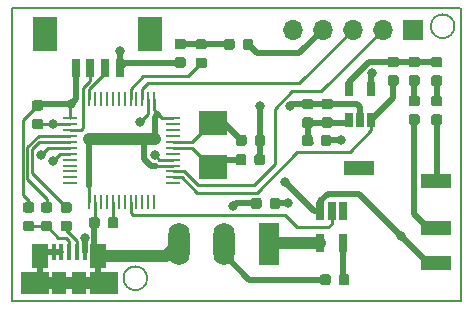
<source format=gbr>
G04 #@! TF.GenerationSoftware,KiCad,Pcbnew,(5.0.0)*
G04 #@! TF.CreationDate,2019-01-26T11:16:20+03:00*
G04 #@! TF.ProjectId,stm32mc,73746D33326D632E6B696361645F7063,rev?*
G04 #@! TF.SameCoordinates,Original*
G04 #@! TF.FileFunction,Copper,L2,Bot,Signal*
G04 #@! TF.FilePolarity,Positive*
%FSLAX46Y46*%
G04 Gerber Fmt 4.6, Leading zero omitted, Abs format (unit mm)*
G04 Created by KiCad (PCBNEW (5.0.0)) date 01/26/19 11:16:20*
%MOMM*%
%LPD*%
G01*
G04 APERTURE LIST*
G04 #@! TA.AperFunction,NonConductor*
%ADD10C,0.150000*%
G04 #@! TD*
G04 #@! TA.AperFunction,Conductor*
%ADD11C,0.100000*%
G04 #@! TD*
G04 #@! TA.AperFunction,SMDPad,CuDef*
%ADD12C,0.875000*%
G04 #@! TD*
G04 #@! TA.AperFunction,SMDPad,CuDef*
%ADD13R,1.300000X0.250000*%
G04 #@! TD*
G04 #@! TA.AperFunction,SMDPad,CuDef*
%ADD14R,0.250000X1.300000*%
G04 #@! TD*
G04 #@! TA.AperFunction,SMDPad,CuDef*
%ADD15R,0.650000X1.220000*%
G04 #@! TD*
G04 #@! TA.AperFunction,SMDPad,CuDef*
%ADD16R,2.400000X2.000000*%
G04 #@! TD*
G04 #@! TA.AperFunction,SMDPad,CuDef*
%ADD17R,2.500000X1.200000*%
G04 #@! TD*
G04 #@! TA.AperFunction,SMDPad,CuDef*
%ADD18R,0.450000X1.380000*%
G04 #@! TD*
G04 #@! TA.AperFunction,SMDPad,CuDef*
%ADD19R,1.475000X2.100000*%
G04 #@! TD*
G04 #@! TA.AperFunction,SMDPad,CuDef*
%ADD20R,2.375000X1.900000*%
G04 #@! TD*
G04 #@! TA.AperFunction,SMDPad,CuDef*
%ADD21R,1.175000X1.900000*%
G04 #@! TD*
G04 #@! TA.AperFunction,SMDPad,CuDef*
%ADD22R,0.650000X1.560000*%
G04 #@! TD*
G04 #@! TA.AperFunction,ComponentPad*
%ADD23R,1.800000X3.600000*%
G04 #@! TD*
G04 #@! TA.AperFunction,ComponentPad*
%ADD24O,1.800000X3.600000*%
G04 #@! TD*
G04 #@! TA.AperFunction,SMDPad,CuDef*
%ADD25R,0.800000X1.600000*%
G04 #@! TD*
G04 #@! TA.AperFunction,SMDPad,CuDef*
%ADD26R,2.100000X3.000000*%
G04 #@! TD*
G04 #@! TA.AperFunction,ComponentPad*
%ADD27R,1.700000X1.700000*%
G04 #@! TD*
G04 #@! TA.AperFunction,ComponentPad*
%ADD28O,1.700000X1.700000*%
G04 #@! TD*
G04 #@! TA.AperFunction,ViaPad*
%ADD29C,0.812800*%
G04 #@! TD*
G04 #@! TA.AperFunction,Conductor*
%ADD30C,1.016000*%
G04 #@! TD*
G04 #@! TA.AperFunction,Conductor*
%ADD31C,0.508000*%
G04 #@! TD*
G04 #@! TA.AperFunction,Conductor*
%ADD32C,0.254000*%
G04 #@! TD*
G04 APERTURE END LIST*
D10*
X58531000Y-19050000D02*
G75*
G03X58531000Y-19050000I-1000000J0D01*
G01*
X32512000Y-40386000D02*
G75*
G03X32512000Y-40386000I-1000000J0D01*
G01*
X59055000Y-42291000D02*
X59055000Y-17526000D01*
X59024000Y-17507000D02*
X21082000Y-17526000D01*
X21082000Y-42291000D02*
X59055000Y-42291000D01*
X21082000Y-17526000D02*
X21082000Y-42291000D01*
D11*
G04 #@! TO.N,GNDD*
G04 #@! TO.C,C4*
G36*
X42302691Y-28228053D02*
X42323926Y-28231203D01*
X42344750Y-28236419D01*
X42364962Y-28243651D01*
X42384368Y-28252830D01*
X42402781Y-28263866D01*
X42420024Y-28276654D01*
X42435930Y-28291070D01*
X42450346Y-28306976D01*
X42463134Y-28324219D01*
X42474170Y-28342632D01*
X42483349Y-28362038D01*
X42490581Y-28382250D01*
X42495797Y-28403074D01*
X42498947Y-28424309D01*
X42500000Y-28445750D01*
X42500000Y-28958250D01*
X42498947Y-28979691D01*
X42495797Y-29000926D01*
X42490581Y-29021750D01*
X42483349Y-29041962D01*
X42474170Y-29061368D01*
X42463134Y-29079781D01*
X42450346Y-29097024D01*
X42435930Y-29112930D01*
X42420024Y-29127346D01*
X42402781Y-29140134D01*
X42384368Y-29151170D01*
X42364962Y-29160349D01*
X42344750Y-29167581D01*
X42323926Y-29172797D01*
X42302691Y-29175947D01*
X42281250Y-29177000D01*
X41843750Y-29177000D01*
X41822309Y-29175947D01*
X41801074Y-29172797D01*
X41780250Y-29167581D01*
X41760038Y-29160349D01*
X41740632Y-29151170D01*
X41722219Y-29140134D01*
X41704976Y-29127346D01*
X41689070Y-29112930D01*
X41674654Y-29097024D01*
X41661866Y-29079781D01*
X41650830Y-29061368D01*
X41641651Y-29041962D01*
X41634419Y-29021750D01*
X41629203Y-29000926D01*
X41626053Y-28979691D01*
X41625000Y-28958250D01*
X41625000Y-28445750D01*
X41626053Y-28424309D01*
X41629203Y-28403074D01*
X41634419Y-28382250D01*
X41641651Y-28362038D01*
X41650830Y-28342632D01*
X41661866Y-28324219D01*
X41674654Y-28306976D01*
X41689070Y-28291070D01*
X41704976Y-28276654D01*
X41722219Y-28263866D01*
X41740632Y-28252830D01*
X41760038Y-28243651D01*
X41780250Y-28236419D01*
X41801074Y-28231203D01*
X41822309Y-28228053D01*
X41843750Y-28227000D01*
X42281250Y-28227000D01*
X42302691Y-28228053D01*
X42302691Y-28228053D01*
G37*
D12*
G04 #@! TD*
G04 #@! TO.P,C4,1*
G04 #@! TO.N,GNDD*
X42062500Y-28702000D03*
D11*
G04 #@! TO.N,Net-(C4-Pad2)*
G04 #@! TO.C,C4*
G36*
X40727691Y-28228053D02*
X40748926Y-28231203D01*
X40769750Y-28236419D01*
X40789962Y-28243651D01*
X40809368Y-28252830D01*
X40827781Y-28263866D01*
X40845024Y-28276654D01*
X40860930Y-28291070D01*
X40875346Y-28306976D01*
X40888134Y-28324219D01*
X40899170Y-28342632D01*
X40908349Y-28362038D01*
X40915581Y-28382250D01*
X40920797Y-28403074D01*
X40923947Y-28424309D01*
X40925000Y-28445750D01*
X40925000Y-28958250D01*
X40923947Y-28979691D01*
X40920797Y-29000926D01*
X40915581Y-29021750D01*
X40908349Y-29041962D01*
X40899170Y-29061368D01*
X40888134Y-29079781D01*
X40875346Y-29097024D01*
X40860930Y-29112930D01*
X40845024Y-29127346D01*
X40827781Y-29140134D01*
X40809368Y-29151170D01*
X40789962Y-29160349D01*
X40769750Y-29167581D01*
X40748926Y-29172797D01*
X40727691Y-29175947D01*
X40706250Y-29177000D01*
X40268750Y-29177000D01*
X40247309Y-29175947D01*
X40226074Y-29172797D01*
X40205250Y-29167581D01*
X40185038Y-29160349D01*
X40165632Y-29151170D01*
X40147219Y-29140134D01*
X40129976Y-29127346D01*
X40114070Y-29112930D01*
X40099654Y-29097024D01*
X40086866Y-29079781D01*
X40075830Y-29061368D01*
X40066651Y-29041962D01*
X40059419Y-29021750D01*
X40054203Y-29000926D01*
X40051053Y-28979691D01*
X40050000Y-28958250D01*
X40050000Y-28445750D01*
X40051053Y-28424309D01*
X40054203Y-28403074D01*
X40059419Y-28382250D01*
X40066651Y-28362038D01*
X40075830Y-28342632D01*
X40086866Y-28324219D01*
X40099654Y-28306976D01*
X40114070Y-28291070D01*
X40129976Y-28276654D01*
X40147219Y-28263866D01*
X40165632Y-28252830D01*
X40185038Y-28243651D01*
X40205250Y-28236419D01*
X40226074Y-28231203D01*
X40247309Y-28228053D01*
X40268750Y-28227000D01*
X40706250Y-28227000D01*
X40727691Y-28228053D01*
X40727691Y-28228053D01*
G37*
D12*
G04 #@! TD*
G04 #@! TO.P,C4,2*
G04 #@! TO.N,Net-(C4-Pad2)*
X40487500Y-28702000D03*
D11*
G04 #@! TO.N,Net-(R1-Pad2)*
G04 #@! TO.C,R9*
G36*
X35583691Y-20112053D02*
X35604926Y-20115203D01*
X35625750Y-20120419D01*
X35645962Y-20127651D01*
X35665368Y-20136830D01*
X35683781Y-20147866D01*
X35701024Y-20160654D01*
X35716930Y-20175070D01*
X35731346Y-20190976D01*
X35744134Y-20208219D01*
X35755170Y-20226632D01*
X35764349Y-20246038D01*
X35771581Y-20266250D01*
X35776797Y-20287074D01*
X35779947Y-20308309D01*
X35781000Y-20329750D01*
X35781000Y-20767250D01*
X35779947Y-20788691D01*
X35776797Y-20809926D01*
X35771581Y-20830750D01*
X35764349Y-20850962D01*
X35755170Y-20870368D01*
X35744134Y-20888781D01*
X35731346Y-20906024D01*
X35716930Y-20921930D01*
X35701024Y-20936346D01*
X35683781Y-20949134D01*
X35665368Y-20960170D01*
X35645962Y-20969349D01*
X35625750Y-20976581D01*
X35604926Y-20981797D01*
X35583691Y-20984947D01*
X35562250Y-20986000D01*
X35049750Y-20986000D01*
X35028309Y-20984947D01*
X35007074Y-20981797D01*
X34986250Y-20976581D01*
X34966038Y-20969349D01*
X34946632Y-20960170D01*
X34928219Y-20949134D01*
X34910976Y-20936346D01*
X34895070Y-20921930D01*
X34880654Y-20906024D01*
X34867866Y-20888781D01*
X34856830Y-20870368D01*
X34847651Y-20850962D01*
X34840419Y-20830750D01*
X34835203Y-20809926D01*
X34832053Y-20788691D01*
X34831000Y-20767250D01*
X34831000Y-20329750D01*
X34832053Y-20308309D01*
X34835203Y-20287074D01*
X34840419Y-20266250D01*
X34847651Y-20246038D01*
X34856830Y-20226632D01*
X34867866Y-20208219D01*
X34880654Y-20190976D01*
X34895070Y-20175070D01*
X34910976Y-20160654D01*
X34928219Y-20147866D01*
X34946632Y-20136830D01*
X34966038Y-20127651D01*
X34986250Y-20120419D01*
X35007074Y-20115203D01*
X35028309Y-20112053D01*
X35049750Y-20111000D01*
X35562250Y-20111000D01*
X35583691Y-20112053D01*
X35583691Y-20112053D01*
G37*
D12*
G04 #@! TD*
G04 #@! TO.P,R9,1*
G04 #@! TO.N,Net-(R1-Pad2)*
X35306000Y-20548500D03*
D11*
G04 #@! TO.N,GNDD*
G04 #@! TO.C,R9*
G36*
X35583691Y-21687053D02*
X35604926Y-21690203D01*
X35625750Y-21695419D01*
X35645962Y-21702651D01*
X35665368Y-21711830D01*
X35683781Y-21722866D01*
X35701024Y-21735654D01*
X35716930Y-21750070D01*
X35731346Y-21765976D01*
X35744134Y-21783219D01*
X35755170Y-21801632D01*
X35764349Y-21821038D01*
X35771581Y-21841250D01*
X35776797Y-21862074D01*
X35779947Y-21883309D01*
X35781000Y-21904750D01*
X35781000Y-22342250D01*
X35779947Y-22363691D01*
X35776797Y-22384926D01*
X35771581Y-22405750D01*
X35764349Y-22425962D01*
X35755170Y-22445368D01*
X35744134Y-22463781D01*
X35731346Y-22481024D01*
X35716930Y-22496930D01*
X35701024Y-22511346D01*
X35683781Y-22524134D01*
X35665368Y-22535170D01*
X35645962Y-22544349D01*
X35625750Y-22551581D01*
X35604926Y-22556797D01*
X35583691Y-22559947D01*
X35562250Y-22561000D01*
X35049750Y-22561000D01*
X35028309Y-22559947D01*
X35007074Y-22556797D01*
X34986250Y-22551581D01*
X34966038Y-22544349D01*
X34946632Y-22535170D01*
X34928219Y-22524134D01*
X34910976Y-22511346D01*
X34895070Y-22496930D01*
X34880654Y-22481024D01*
X34867866Y-22463781D01*
X34856830Y-22445368D01*
X34847651Y-22425962D01*
X34840419Y-22405750D01*
X34835203Y-22384926D01*
X34832053Y-22363691D01*
X34831000Y-22342250D01*
X34831000Y-21904750D01*
X34832053Y-21883309D01*
X34835203Y-21862074D01*
X34840419Y-21841250D01*
X34847651Y-21821038D01*
X34856830Y-21801632D01*
X34867866Y-21783219D01*
X34880654Y-21765976D01*
X34895070Y-21750070D01*
X34910976Y-21735654D01*
X34928219Y-21722866D01*
X34946632Y-21711830D01*
X34966038Y-21702651D01*
X34986250Y-21695419D01*
X35007074Y-21690203D01*
X35028309Y-21687053D01*
X35049750Y-21686000D01*
X35562250Y-21686000D01*
X35583691Y-21687053D01*
X35583691Y-21687053D01*
G37*
D12*
G04 #@! TD*
G04 #@! TO.P,R9,2*
G04 #@! TO.N,GNDD*
X35306000Y-22123500D03*
D11*
G04 #@! TO.N,Net-(C3-Pad2)*
G04 #@! TO.C,C3*
G36*
X40702191Y-29879053D02*
X40723426Y-29882203D01*
X40744250Y-29887419D01*
X40764462Y-29894651D01*
X40783868Y-29903830D01*
X40802281Y-29914866D01*
X40819524Y-29927654D01*
X40835430Y-29942070D01*
X40849846Y-29957976D01*
X40862634Y-29975219D01*
X40873670Y-29993632D01*
X40882849Y-30013038D01*
X40890081Y-30033250D01*
X40895297Y-30054074D01*
X40898447Y-30075309D01*
X40899500Y-30096750D01*
X40899500Y-30609250D01*
X40898447Y-30630691D01*
X40895297Y-30651926D01*
X40890081Y-30672750D01*
X40882849Y-30692962D01*
X40873670Y-30712368D01*
X40862634Y-30730781D01*
X40849846Y-30748024D01*
X40835430Y-30763930D01*
X40819524Y-30778346D01*
X40802281Y-30791134D01*
X40783868Y-30802170D01*
X40764462Y-30811349D01*
X40744250Y-30818581D01*
X40723426Y-30823797D01*
X40702191Y-30826947D01*
X40680750Y-30828000D01*
X40243250Y-30828000D01*
X40221809Y-30826947D01*
X40200574Y-30823797D01*
X40179750Y-30818581D01*
X40159538Y-30811349D01*
X40140132Y-30802170D01*
X40121719Y-30791134D01*
X40104476Y-30778346D01*
X40088570Y-30763930D01*
X40074154Y-30748024D01*
X40061366Y-30730781D01*
X40050330Y-30712368D01*
X40041151Y-30692962D01*
X40033919Y-30672750D01*
X40028703Y-30651926D01*
X40025553Y-30630691D01*
X40024500Y-30609250D01*
X40024500Y-30096750D01*
X40025553Y-30075309D01*
X40028703Y-30054074D01*
X40033919Y-30033250D01*
X40041151Y-30013038D01*
X40050330Y-29993632D01*
X40061366Y-29975219D01*
X40074154Y-29957976D01*
X40088570Y-29942070D01*
X40104476Y-29927654D01*
X40121719Y-29914866D01*
X40140132Y-29903830D01*
X40159538Y-29894651D01*
X40179750Y-29887419D01*
X40200574Y-29882203D01*
X40221809Y-29879053D01*
X40243250Y-29878000D01*
X40680750Y-29878000D01*
X40702191Y-29879053D01*
X40702191Y-29879053D01*
G37*
D12*
G04 #@! TD*
G04 #@! TO.P,C3,2*
G04 #@! TO.N,Net-(C3-Pad2)*
X40462000Y-30353000D03*
D11*
G04 #@! TO.N,GNDD*
G04 #@! TO.C,C3*
G36*
X42277191Y-29879053D02*
X42298426Y-29882203D01*
X42319250Y-29887419D01*
X42339462Y-29894651D01*
X42358868Y-29903830D01*
X42377281Y-29914866D01*
X42394524Y-29927654D01*
X42410430Y-29942070D01*
X42424846Y-29957976D01*
X42437634Y-29975219D01*
X42448670Y-29993632D01*
X42457849Y-30013038D01*
X42465081Y-30033250D01*
X42470297Y-30054074D01*
X42473447Y-30075309D01*
X42474500Y-30096750D01*
X42474500Y-30609250D01*
X42473447Y-30630691D01*
X42470297Y-30651926D01*
X42465081Y-30672750D01*
X42457849Y-30692962D01*
X42448670Y-30712368D01*
X42437634Y-30730781D01*
X42424846Y-30748024D01*
X42410430Y-30763930D01*
X42394524Y-30778346D01*
X42377281Y-30791134D01*
X42358868Y-30802170D01*
X42339462Y-30811349D01*
X42319250Y-30818581D01*
X42298426Y-30823797D01*
X42277191Y-30826947D01*
X42255750Y-30828000D01*
X41818250Y-30828000D01*
X41796809Y-30826947D01*
X41775574Y-30823797D01*
X41754750Y-30818581D01*
X41734538Y-30811349D01*
X41715132Y-30802170D01*
X41696719Y-30791134D01*
X41679476Y-30778346D01*
X41663570Y-30763930D01*
X41649154Y-30748024D01*
X41636366Y-30730781D01*
X41625330Y-30712368D01*
X41616151Y-30692962D01*
X41608919Y-30672750D01*
X41603703Y-30651926D01*
X41600553Y-30630691D01*
X41599500Y-30609250D01*
X41599500Y-30096750D01*
X41600553Y-30075309D01*
X41603703Y-30054074D01*
X41608919Y-30033250D01*
X41616151Y-30013038D01*
X41625330Y-29993632D01*
X41636366Y-29975219D01*
X41649154Y-29957976D01*
X41663570Y-29942070D01*
X41679476Y-29927654D01*
X41696719Y-29914866D01*
X41715132Y-29903830D01*
X41734538Y-29894651D01*
X41754750Y-29887419D01*
X41775574Y-29882203D01*
X41796809Y-29879053D01*
X41818250Y-29878000D01*
X42255750Y-29878000D01*
X42277191Y-29879053D01*
X42277191Y-29879053D01*
G37*
D12*
G04 #@! TD*
G04 #@! TO.P,C3,1*
G04 #@! TO.N,GNDD*
X42037000Y-30353000D03*
D11*
G04 #@! TO.N,Net-(R1-Pad1)*
G04 #@! TO.C,R1*
G36*
X37361691Y-21712553D02*
X37382926Y-21715703D01*
X37403750Y-21720919D01*
X37423962Y-21728151D01*
X37443368Y-21737330D01*
X37461781Y-21748366D01*
X37479024Y-21761154D01*
X37494930Y-21775570D01*
X37509346Y-21791476D01*
X37522134Y-21808719D01*
X37533170Y-21827132D01*
X37542349Y-21846538D01*
X37549581Y-21866750D01*
X37554797Y-21887574D01*
X37557947Y-21908809D01*
X37559000Y-21930250D01*
X37559000Y-22367750D01*
X37557947Y-22389191D01*
X37554797Y-22410426D01*
X37549581Y-22431250D01*
X37542349Y-22451462D01*
X37533170Y-22470868D01*
X37522134Y-22489281D01*
X37509346Y-22506524D01*
X37494930Y-22522430D01*
X37479024Y-22536846D01*
X37461781Y-22549634D01*
X37443368Y-22560670D01*
X37423962Y-22569849D01*
X37403750Y-22577081D01*
X37382926Y-22582297D01*
X37361691Y-22585447D01*
X37340250Y-22586500D01*
X36827750Y-22586500D01*
X36806309Y-22585447D01*
X36785074Y-22582297D01*
X36764250Y-22577081D01*
X36744038Y-22569849D01*
X36724632Y-22560670D01*
X36706219Y-22549634D01*
X36688976Y-22536846D01*
X36673070Y-22522430D01*
X36658654Y-22506524D01*
X36645866Y-22489281D01*
X36634830Y-22470868D01*
X36625651Y-22451462D01*
X36618419Y-22431250D01*
X36613203Y-22410426D01*
X36610053Y-22389191D01*
X36609000Y-22367750D01*
X36609000Y-21930250D01*
X36610053Y-21908809D01*
X36613203Y-21887574D01*
X36618419Y-21866750D01*
X36625651Y-21846538D01*
X36634830Y-21827132D01*
X36645866Y-21808719D01*
X36658654Y-21791476D01*
X36673070Y-21775570D01*
X36688976Y-21761154D01*
X36706219Y-21748366D01*
X36724632Y-21737330D01*
X36744038Y-21728151D01*
X36764250Y-21720919D01*
X36785074Y-21715703D01*
X36806309Y-21712553D01*
X36827750Y-21711500D01*
X37340250Y-21711500D01*
X37361691Y-21712553D01*
X37361691Y-21712553D01*
G37*
D12*
G04 #@! TD*
G04 #@! TO.P,R1,1*
G04 #@! TO.N,Net-(R1-Pad1)*
X37084000Y-22149000D03*
D11*
G04 #@! TO.N,Net-(R1-Pad2)*
G04 #@! TO.C,R1*
G36*
X37361691Y-20137553D02*
X37382926Y-20140703D01*
X37403750Y-20145919D01*
X37423962Y-20153151D01*
X37443368Y-20162330D01*
X37461781Y-20173366D01*
X37479024Y-20186154D01*
X37494930Y-20200570D01*
X37509346Y-20216476D01*
X37522134Y-20233719D01*
X37533170Y-20252132D01*
X37542349Y-20271538D01*
X37549581Y-20291750D01*
X37554797Y-20312574D01*
X37557947Y-20333809D01*
X37559000Y-20355250D01*
X37559000Y-20792750D01*
X37557947Y-20814191D01*
X37554797Y-20835426D01*
X37549581Y-20856250D01*
X37542349Y-20876462D01*
X37533170Y-20895868D01*
X37522134Y-20914281D01*
X37509346Y-20931524D01*
X37494930Y-20947430D01*
X37479024Y-20961846D01*
X37461781Y-20974634D01*
X37443368Y-20985670D01*
X37423962Y-20994849D01*
X37403750Y-21002081D01*
X37382926Y-21007297D01*
X37361691Y-21010447D01*
X37340250Y-21011500D01*
X36827750Y-21011500D01*
X36806309Y-21010447D01*
X36785074Y-21007297D01*
X36764250Y-21002081D01*
X36744038Y-20994849D01*
X36724632Y-20985670D01*
X36706219Y-20974634D01*
X36688976Y-20961846D01*
X36673070Y-20947430D01*
X36658654Y-20931524D01*
X36645866Y-20914281D01*
X36634830Y-20895868D01*
X36625651Y-20876462D01*
X36618419Y-20856250D01*
X36613203Y-20835426D01*
X36610053Y-20814191D01*
X36609000Y-20792750D01*
X36609000Y-20355250D01*
X36610053Y-20333809D01*
X36613203Y-20312574D01*
X36618419Y-20291750D01*
X36625651Y-20271538D01*
X36634830Y-20252132D01*
X36645866Y-20233719D01*
X36658654Y-20216476D01*
X36673070Y-20200570D01*
X36688976Y-20186154D01*
X36706219Y-20173366D01*
X36724632Y-20162330D01*
X36744038Y-20153151D01*
X36764250Y-20145919D01*
X36785074Y-20140703D01*
X36806309Y-20137553D01*
X36827750Y-20136500D01*
X37340250Y-20136500D01*
X37361691Y-20137553D01*
X37361691Y-20137553D01*
G37*
D12*
G04 #@! TD*
G04 #@! TO.P,R1,2*
G04 #@! TO.N,Net-(R1-Pad2)*
X37084000Y-20574000D03*
D11*
G04 #@! TO.N,GNDD*
G04 #@! TO.C,C2*
G36*
X41997691Y-33562053D02*
X42018926Y-33565203D01*
X42039750Y-33570419D01*
X42059962Y-33577651D01*
X42079368Y-33586830D01*
X42097781Y-33597866D01*
X42115024Y-33610654D01*
X42130930Y-33625070D01*
X42145346Y-33640976D01*
X42158134Y-33658219D01*
X42169170Y-33676632D01*
X42178349Y-33696038D01*
X42185581Y-33716250D01*
X42190797Y-33737074D01*
X42193947Y-33758309D01*
X42195000Y-33779750D01*
X42195000Y-34292250D01*
X42193947Y-34313691D01*
X42190797Y-34334926D01*
X42185581Y-34355750D01*
X42178349Y-34375962D01*
X42169170Y-34395368D01*
X42158134Y-34413781D01*
X42145346Y-34431024D01*
X42130930Y-34446930D01*
X42115024Y-34461346D01*
X42097781Y-34474134D01*
X42079368Y-34485170D01*
X42059962Y-34494349D01*
X42039750Y-34501581D01*
X42018926Y-34506797D01*
X41997691Y-34509947D01*
X41976250Y-34511000D01*
X41538750Y-34511000D01*
X41517309Y-34509947D01*
X41496074Y-34506797D01*
X41475250Y-34501581D01*
X41455038Y-34494349D01*
X41435632Y-34485170D01*
X41417219Y-34474134D01*
X41399976Y-34461346D01*
X41384070Y-34446930D01*
X41369654Y-34431024D01*
X41356866Y-34413781D01*
X41345830Y-34395368D01*
X41336651Y-34375962D01*
X41329419Y-34355750D01*
X41324203Y-34334926D01*
X41321053Y-34313691D01*
X41320000Y-34292250D01*
X41320000Y-33779750D01*
X41321053Y-33758309D01*
X41324203Y-33737074D01*
X41329419Y-33716250D01*
X41336651Y-33696038D01*
X41345830Y-33676632D01*
X41356866Y-33658219D01*
X41369654Y-33640976D01*
X41384070Y-33625070D01*
X41399976Y-33610654D01*
X41417219Y-33597866D01*
X41435632Y-33586830D01*
X41455038Y-33577651D01*
X41475250Y-33570419D01*
X41496074Y-33565203D01*
X41517309Y-33562053D01*
X41538750Y-33561000D01*
X41976250Y-33561000D01*
X41997691Y-33562053D01*
X41997691Y-33562053D01*
G37*
D12*
G04 #@! TD*
G04 #@! TO.P,C2,2*
G04 #@! TO.N,GNDD*
X41757500Y-34036000D03*
D11*
G04 #@! TO.N,+5V*
G04 #@! TO.C,C2*
G36*
X43572691Y-33562053D02*
X43593926Y-33565203D01*
X43614750Y-33570419D01*
X43634962Y-33577651D01*
X43654368Y-33586830D01*
X43672781Y-33597866D01*
X43690024Y-33610654D01*
X43705930Y-33625070D01*
X43720346Y-33640976D01*
X43733134Y-33658219D01*
X43744170Y-33676632D01*
X43753349Y-33696038D01*
X43760581Y-33716250D01*
X43765797Y-33737074D01*
X43768947Y-33758309D01*
X43770000Y-33779750D01*
X43770000Y-34292250D01*
X43768947Y-34313691D01*
X43765797Y-34334926D01*
X43760581Y-34355750D01*
X43753349Y-34375962D01*
X43744170Y-34395368D01*
X43733134Y-34413781D01*
X43720346Y-34431024D01*
X43705930Y-34446930D01*
X43690024Y-34461346D01*
X43672781Y-34474134D01*
X43654368Y-34485170D01*
X43634962Y-34494349D01*
X43614750Y-34501581D01*
X43593926Y-34506797D01*
X43572691Y-34509947D01*
X43551250Y-34511000D01*
X43113750Y-34511000D01*
X43092309Y-34509947D01*
X43071074Y-34506797D01*
X43050250Y-34501581D01*
X43030038Y-34494349D01*
X43010632Y-34485170D01*
X42992219Y-34474134D01*
X42974976Y-34461346D01*
X42959070Y-34446930D01*
X42944654Y-34431024D01*
X42931866Y-34413781D01*
X42920830Y-34395368D01*
X42911651Y-34375962D01*
X42904419Y-34355750D01*
X42899203Y-34334926D01*
X42896053Y-34313691D01*
X42895000Y-34292250D01*
X42895000Y-33779750D01*
X42896053Y-33758309D01*
X42899203Y-33737074D01*
X42904419Y-33716250D01*
X42911651Y-33696038D01*
X42920830Y-33676632D01*
X42931866Y-33658219D01*
X42944654Y-33640976D01*
X42959070Y-33625070D01*
X42974976Y-33610654D01*
X42992219Y-33597866D01*
X43010632Y-33586830D01*
X43030038Y-33577651D01*
X43050250Y-33570419D01*
X43071074Y-33565203D01*
X43092309Y-33562053D01*
X43113750Y-33561000D01*
X43551250Y-33561000D01*
X43572691Y-33562053D01*
X43572691Y-33562053D01*
G37*
D12*
G04 #@! TD*
G04 #@! TO.P,C2,1*
G04 #@! TO.N,+5V*
X43332500Y-34036000D03*
D11*
G04 #@! TO.N,GNDD*
G04 #@! TO.C,R2*
G36*
X28281691Y-35213053D02*
X28302926Y-35216203D01*
X28323750Y-35221419D01*
X28343962Y-35228651D01*
X28363368Y-35237830D01*
X28381781Y-35248866D01*
X28399024Y-35261654D01*
X28414930Y-35276070D01*
X28429346Y-35291976D01*
X28442134Y-35309219D01*
X28453170Y-35327632D01*
X28462349Y-35347038D01*
X28469581Y-35367250D01*
X28474797Y-35388074D01*
X28477947Y-35409309D01*
X28479000Y-35430750D01*
X28479000Y-35943250D01*
X28477947Y-35964691D01*
X28474797Y-35985926D01*
X28469581Y-36006750D01*
X28462349Y-36026962D01*
X28453170Y-36046368D01*
X28442134Y-36064781D01*
X28429346Y-36082024D01*
X28414930Y-36097930D01*
X28399024Y-36112346D01*
X28381781Y-36125134D01*
X28363368Y-36136170D01*
X28343962Y-36145349D01*
X28323750Y-36152581D01*
X28302926Y-36157797D01*
X28281691Y-36160947D01*
X28260250Y-36162000D01*
X27822750Y-36162000D01*
X27801309Y-36160947D01*
X27780074Y-36157797D01*
X27759250Y-36152581D01*
X27739038Y-36145349D01*
X27719632Y-36136170D01*
X27701219Y-36125134D01*
X27683976Y-36112346D01*
X27668070Y-36097930D01*
X27653654Y-36082024D01*
X27640866Y-36064781D01*
X27629830Y-36046368D01*
X27620651Y-36026962D01*
X27613419Y-36006750D01*
X27608203Y-35985926D01*
X27605053Y-35964691D01*
X27604000Y-35943250D01*
X27604000Y-35430750D01*
X27605053Y-35409309D01*
X27608203Y-35388074D01*
X27613419Y-35367250D01*
X27620651Y-35347038D01*
X27629830Y-35327632D01*
X27640866Y-35309219D01*
X27653654Y-35291976D01*
X27668070Y-35276070D01*
X27683976Y-35261654D01*
X27701219Y-35248866D01*
X27719632Y-35237830D01*
X27739038Y-35228651D01*
X27759250Y-35221419D01*
X27780074Y-35216203D01*
X27801309Y-35213053D01*
X27822750Y-35212000D01*
X28260250Y-35212000D01*
X28281691Y-35213053D01*
X28281691Y-35213053D01*
G37*
D12*
G04 #@! TD*
G04 #@! TO.P,R2,2*
G04 #@! TO.N,GNDD*
X28041500Y-35687000D03*
D11*
G04 #@! TO.N,Net-(R2-Pad1)*
G04 #@! TO.C,R2*
G36*
X29856691Y-35213053D02*
X29877926Y-35216203D01*
X29898750Y-35221419D01*
X29918962Y-35228651D01*
X29938368Y-35237830D01*
X29956781Y-35248866D01*
X29974024Y-35261654D01*
X29989930Y-35276070D01*
X30004346Y-35291976D01*
X30017134Y-35309219D01*
X30028170Y-35327632D01*
X30037349Y-35347038D01*
X30044581Y-35367250D01*
X30049797Y-35388074D01*
X30052947Y-35409309D01*
X30054000Y-35430750D01*
X30054000Y-35943250D01*
X30052947Y-35964691D01*
X30049797Y-35985926D01*
X30044581Y-36006750D01*
X30037349Y-36026962D01*
X30028170Y-36046368D01*
X30017134Y-36064781D01*
X30004346Y-36082024D01*
X29989930Y-36097930D01*
X29974024Y-36112346D01*
X29956781Y-36125134D01*
X29938368Y-36136170D01*
X29918962Y-36145349D01*
X29898750Y-36152581D01*
X29877926Y-36157797D01*
X29856691Y-36160947D01*
X29835250Y-36162000D01*
X29397750Y-36162000D01*
X29376309Y-36160947D01*
X29355074Y-36157797D01*
X29334250Y-36152581D01*
X29314038Y-36145349D01*
X29294632Y-36136170D01*
X29276219Y-36125134D01*
X29258976Y-36112346D01*
X29243070Y-36097930D01*
X29228654Y-36082024D01*
X29215866Y-36064781D01*
X29204830Y-36046368D01*
X29195651Y-36026962D01*
X29188419Y-36006750D01*
X29183203Y-35985926D01*
X29180053Y-35964691D01*
X29179000Y-35943250D01*
X29179000Y-35430750D01*
X29180053Y-35409309D01*
X29183203Y-35388074D01*
X29188419Y-35367250D01*
X29195651Y-35347038D01*
X29204830Y-35327632D01*
X29215866Y-35309219D01*
X29228654Y-35291976D01*
X29243070Y-35276070D01*
X29258976Y-35261654D01*
X29276219Y-35248866D01*
X29294632Y-35237830D01*
X29314038Y-35228651D01*
X29334250Y-35221419D01*
X29355074Y-35216203D01*
X29376309Y-35213053D01*
X29397750Y-35212000D01*
X29835250Y-35212000D01*
X29856691Y-35213053D01*
X29856691Y-35213053D01*
G37*
D12*
G04 #@! TD*
G04 #@! TO.P,R2,1*
G04 #@! TO.N,Net-(R2-Pad1)*
X29616500Y-35687000D03*
D11*
G04 #@! TO.N,Net-(R3-Pad1)*
G04 #@! TO.C,R3*
G36*
X57300691Y-21636053D02*
X57321926Y-21639203D01*
X57342750Y-21644419D01*
X57362962Y-21651651D01*
X57382368Y-21660830D01*
X57400781Y-21671866D01*
X57418024Y-21684654D01*
X57433930Y-21699070D01*
X57448346Y-21714976D01*
X57461134Y-21732219D01*
X57472170Y-21750632D01*
X57481349Y-21770038D01*
X57488581Y-21790250D01*
X57493797Y-21811074D01*
X57496947Y-21832309D01*
X57498000Y-21853750D01*
X57498000Y-22291250D01*
X57496947Y-22312691D01*
X57493797Y-22333926D01*
X57488581Y-22354750D01*
X57481349Y-22374962D01*
X57472170Y-22394368D01*
X57461134Y-22412781D01*
X57448346Y-22430024D01*
X57433930Y-22445930D01*
X57418024Y-22460346D01*
X57400781Y-22473134D01*
X57382368Y-22484170D01*
X57362962Y-22493349D01*
X57342750Y-22500581D01*
X57321926Y-22505797D01*
X57300691Y-22508947D01*
X57279250Y-22510000D01*
X56766750Y-22510000D01*
X56745309Y-22508947D01*
X56724074Y-22505797D01*
X56703250Y-22500581D01*
X56683038Y-22493349D01*
X56663632Y-22484170D01*
X56645219Y-22473134D01*
X56627976Y-22460346D01*
X56612070Y-22445930D01*
X56597654Y-22430024D01*
X56584866Y-22412781D01*
X56573830Y-22394368D01*
X56564651Y-22374962D01*
X56557419Y-22354750D01*
X56552203Y-22333926D01*
X56549053Y-22312691D01*
X56548000Y-22291250D01*
X56548000Y-21853750D01*
X56549053Y-21832309D01*
X56552203Y-21811074D01*
X56557419Y-21790250D01*
X56564651Y-21770038D01*
X56573830Y-21750632D01*
X56584866Y-21732219D01*
X56597654Y-21714976D01*
X56612070Y-21699070D01*
X56627976Y-21684654D01*
X56645219Y-21671866D01*
X56663632Y-21660830D01*
X56683038Y-21651651D01*
X56703250Y-21644419D01*
X56724074Y-21639203D01*
X56745309Y-21636053D01*
X56766750Y-21635000D01*
X57279250Y-21635000D01*
X57300691Y-21636053D01*
X57300691Y-21636053D01*
G37*
D12*
G04 #@! TD*
G04 #@! TO.P,R3,1*
G04 #@! TO.N,Net-(R3-Pad1)*
X57023000Y-22072500D03*
D11*
G04 #@! TO.N,Net-(C8-Pad2)*
G04 #@! TO.C,R3*
G36*
X57300691Y-23211053D02*
X57321926Y-23214203D01*
X57342750Y-23219419D01*
X57362962Y-23226651D01*
X57382368Y-23235830D01*
X57400781Y-23246866D01*
X57418024Y-23259654D01*
X57433930Y-23274070D01*
X57448346Y-23289976D01*
X57461134Y-23307219D01*
X57472170Y-23325632D01*
X57481349Y-23345038D01*
X57488581Y-23365250D01*
X57493797Y-23386074D01*
X57496947Y-23407309D01*
X57498000Y-23428750D01*
X57498000Y-23866250D01*
X57496947Y-23887691D01*
X57493797Y-23908926D01*
X57488581Y-23929750D01*
X57481349Y-23949962D01*
X57472170Y-23969368D01*
X57461134Y-23987781D01*
X57448346Y-24005024D01*
X57433930Y-24020930D01*
X57418024Y-24035346D01*
X57400781Y-24048134D01*
X57382368Y-24059170D01*
X57362962Y-24068349D01*
X57342750Y-24075581D01*
X57321926Y-24080797D01*
X57300691Y-24083947D01*
X57279250Y-24085000D01*
X56766750Y-24085000D01*
X56745309Y-24083947D01*
X56724074Y-24080797D01*
X56703250Y-24075581D01*
X56683038Y-24068349D01*
X56663632Y-24059170D01*
X56645219Y-24048134D01*
X56627976Y-24035346D01*
X56612070Y-24020930D01*
X56597654Y-24005024D01*
X56584866Y-23987781D01*
X56573830Y-23969368D01*
X56564651Y-23949962D01*
X56557419Y-23929750D01*
X56552203Y-23908926D01*
X56549053Y-23887691D01*
X56548000Y-23866250D01*
X56548000Y-23428750D01*
X56549053Y-23407309D01*
X56552203Y-23386074D01*
X56557419Y-23365250D01*
X56564651Y-23345038D01*
X56573830Y-23325632D01*
X56584866Y-23307219D01*
X56597654Y-23289976D01*
X56612070Y-23274070D01*
X56627976Y-23259654D01*
X56645219Y-23246866D01*
X56663632Y-23235830D01*
X56683038Y-23226651D01*
X56703250Y-23219419D01*
X56724074Y-23214203D01*
X56745309Y-23211053D01*
X56766750Y-23210000D01*
X57279250Y-23210000D01*
X57300691Y-23211053D01*
X57300691Y-23211053D01*
G37*
D12*
G04 #@! TD*
G04 #@! TO.P,R3,2*
G04 #@! TO.N,Net-(C8-Pad2)*
X57023000Y-23647500D03*
D11*
G04 #@! TO.N,Net-(C9-Pad2)*
G04 #@! TO.C,R4*
G36*
X55395691Y-23211053D02*
X55416926Y-23214203D01*
X55437750Y-23219419D01*
X55457962Y-23226651D01*
X55477368Y-23235830D01*
X55495781Y-23246866D01*
X55513024Y-23259654D01*
X55528930Y-23274070D01*
X55543346Y-23289976D01*
X55556134Y-23307219D01*
X55567170Y-23325632D01*
X55576349Y-23345038D01*
X55583581Y-23365250D01*
X55588797Y-23386074D01*
X55591947Y-23407309D01*
X55593000Y-23428750D01*
X55593000Y-23866250D01*
X55591947Y-23887691D01*
X55588797Y-23908926D01*
X55583581Y-23929750D01*
X55576349Y-23949962D01*
X55567170Y-23969368D01*
X55556134Y-23987781D01*
X55543346Y-24005024D01*
X55528930Y-24020930D01*
X55513024Y-24035346D01*
X55495781Y-24048134D01*
X55477368Y-24059170D01*
X55457962Y-24068349D01*
X55437750Y-24075581D01*
X55416926Y-24080797D01*
X55395691Y-24083947D01*
X55374250Y-24085000D01*
X54861750Y-24085000D01*
X54840309Y-24083947D01*
X54819074Y-24080797D01*
X54798250Y-24075581D01*
X54778038Y-24068349D01*
X54758632Y-24059170D01*
X54740219Y-24048134D01*
X54722976Y-24035346D01*
X54707070Y-24020930D01*
X54692654Y-24005024D01*
X54679866Y-23987781D01*
X54668830Y-23969368D01*
X54659651Y-23949962D01*
X54652419Y-23929750D01*
X54647203Y-23908926D01*
X54644053Y-23887691D01*
X54643000Y-23866250D01*
X54643000Y-23428750D01*
X54644053Y-23407309D01*
X54647203Y-23386074D01*
X54652419Y-23365250D01*
X54659651Y-23345038D01*
X54668830Y-23325632D01*
X54679866Y-23307219D01*
X54692654Y-23289976D01*
X54707070Y-23274070D01*
X54722976Y-23259654D01*
X54740219Y-23246866D01*
X54758632Y-23235830D01*
X54778038Y-23226651D01*
X54798250Y-23219419D01*
X54819074Y-23214203D01*
X54840309Y-23211053D01*
X54861750Y-23210000D01*
X55374250Y-23210000D01*
X55395691Y-23211053D01*
X55395691Y-23211053D01*
G37*
D12*
G04 #@! TD*
G04 #@! TO.P,R4,2*
G04 #@! TO.N,Net-(C9-Pad2)*
X55118000Y-23647500D03*
D11*
G04 #@! TO.N,Net-(R3-Pad1)*
G04 #@! TO.C,R4*
G36*
X55395691Y-21636053D02*
X55416926Y-21639203D01*
X55437750Y-21644419D01*
X55457962Y-21651651D01*
X55477368Y-21660830D01*
X55495781Y-21671866D01*
X55513024Y-21684654D01*
X55528930Y-21699070D01*
X55543346Y-21714976D01*
X55556134Y-21732219D01*
X55567170Y-21750632D01*
X55576349Y-21770038D01*
X55583581Y-21790250D01*
X55588797Y-21811074D01*
X55591947Y-21832309D01*
X55593000Y-21853750D01*
X55593000Y-22291250D01*
X55591947Y-22312691D01*
X55588797Y-22333926D01*
X55583581Y-22354750D01*
X55576349Y-22374962D01*
X55567170Y-22394368D01*
X55556134Y-22412781D01*
X55543346Y-22430024D01*
X55528930Y-22445930D01*
X55513024Y-22460346D01*
X55495781Y-22473134D01*
X55477368Y-22484170D01*
X55457962Y-22493349D01*
X55437750Y-22500581D01*
X55416926Y-22505797D01*
X55395691Y-22508947D01*
X55374250Y-22510000D01*
X54861750Y-22510000D01*
X54840309Y-22508947D01*
X54819074Y-22505797D01*
X54798250Y-22500581D01*
X54778038Y-22493349D01*
X54758632Y-22484170D01*
X54740219Y-22473134D01*
X54722976Y-22460346D01*
X54707070Y-22445930D01*
X54692654Y-22430024D01*
X54679866Y-22412781D01*
X54668830Y-22394368D01*
X54659651Y-22374962D01*
X54652419Y-22354750D01*
X54647203Y-22333926D01*
X54644053Y-22312691D01*
X54643000Y-22291250D01*
X54643000Y-21853750D01*
X54644053Y-21832309D01*
X54647203Y-21811074D01*
X54652419Y-21790250D01*
X54659651Y-21770038D01*
X54668830Y-21750632D01*
X54679866Y-21732219D01*
X54692654Y-21714976D01*
X54707070Y-21699070D01*
X54722976Y-21684654D01*
X54740219Y-21671866D01*
X54758632Y-21660830D01*
X54778038Y-21651651D01*
X54798250Y-21644419D01*
X54819074Y-21639203D01*
X54840309Y-21636053D01*
X54861750Y-21635000D01*
X55374250Y-21635000D01*
X55395691Y-21636053D01*
X55395691Y-21636053D01*
G37*
D12*
G04 #@! TD*
G04 #@! TO.P,R4,1*
G04 #@! TO.N,Net-(R3-Pad1)*
X55118000Y-22072500D03*
D11*
G04 #@! TO.N,+3V3*
G04 #@! TO.C,R5*
G36*
X47890691Y-28228053D02*
X47911926Y-28231203D01*
X47932750Y-28236419D01*
X47952962Y-28243651D01*
X47972368Y-28252830D01*
X47990781Y-28263866D01*
X48008024Y-28276654D01*
X48023930Y-28291070D01*
X48038346Y-28306976D01*
X48051134Y-28324219D01*
X48062170Y-28342632D01*
X48071349Y-28362038D01*
X48078581Y-28382250D01*
X48083797Y-28403074D01*
X48086947Y-28424309D01*
X48088000Y-28445750D01*
X48088000Y-28958250D01*
X48086947Y-28979691D01*
X48083797Y-29000926D01*
X48078581Y-29021750D01*
X48071349Y-29041962D01*
X48062170Y-29061368D01*
X48051134Y-29079781D01*
X48038346Y-29097024D01*
X48023930Y-29112930D01*
X48008024Y-29127346D01*
X47990781Y-29140134D01*
X47972368Y-29151170D01*
X47952962Y-29160349D01*
X47932750Y-29167581D01*
X47911926Y-29172797D01*
X47890691Y-29175947D01*
X47869250Y-29177000D01*
X47431750Y-29177000D01*
X47410309Y-29175947D01*
X47389074Y-29172797D01*
X47368250Y-29167581D01*
X47348038Y-29160349D01*
X47328632Y-29151170D01*
X47310219Y-29140134D01*
X47292976Y-29127346D01*
X47277070Y-29112930D01*
X47262654Y-29097024D01*
X47249866Y-29079781D01*
X47238830Y-29061368D01*
X47229651Y-29041962D01*
X47222419Y-29021750D01*
X47217203Y-29000926D01*
X47214053Y-28979691D01*
X47213000Y-28958250D01*
X47213000Y-28445750D01*
X47214053Y-28424309D01*
X47217203Y-28403074D01*
X47222419Y-28382250D01*
X47229651Y-28362038D01*
X47238830Y-28342632D01*
X47249866Y-28324219D01*
X47262654Y-28306976D01*
X47277070Y-28291070D01*
X47292976Y-28276654D01*
X47310219Y-28263866D01*
X47328632Y-28252830D01*
X47348038Y-28243651D01*
X47368250Y-28236419D01*
X47389074Y-28231203D01*
X47410309Y-28228053D01*
X47431750Y-28227000D01*
X47869250Y-28227000D01*
X47890691Y-28228053D01*
X47890691Y-28228053D01*
G37*
D12*
G04 #@! TD*
G04 #@! TO.P,R5,2*
G04 #@! TO.N,+3V3*
X47650500Y-28702000D03*
D11*
G04 #@! TO.N,Net-(C10-Pad1)*
G04 #@! TO.C,R5*
G36*
X46315691Y-28228053D02*
X46336926Y-28231203D01*
X46357750Y-28236419D01*
X46377962Y-28243651D01*
X46397368Y-28252830D01*
X46415781Y-28263866D01*
X46433024Y-28276654D01*
X46448930Y-28291070D01*
X46463346Y-28306976D01*
X46476134Y-28324219D01*
X46487170Y-28342632D01*
X46496349Y-28362038D01*
X46503581Y-28382250D01*
X46508797Y-28403074D01*
X46511947Y-28424309D01*
X46513000Y-28445750D01*
X46513000Y-28958250D01*
X46511947Y-28979691D01*
X46508797Y-29000926D01*
X46503581Y-29021750D01*
X46496349Y-29041962D01*
X46487170Y-29061368D01*
X46476134Y-29079781D01*
X46463346Y-29097024D01*
X46448930Y-29112930D01*
X46433024Y-29127346D01*
X46415781Y-29140134D01*
X46397368Y-29151170D01*
X46377962Y-29160349D01*
X46357750Y-29167581D01*
X46336926Y-29172797D01*
X46315691Y-29175947D01*
X46294250Y-29177000D01*
X45856750Y-29177000D01*
X45835309Y-29175947D01*
X45814074Y-29172797D01*
X45793250Y-29167581D01*
X45773038Y-29160349D01*
X45753632Y-29151170D01*
X45735219Y-29140134D01*
X45717976Y-29127346D01*
X45702070Y-29112930D01*
X45687654Y-29097024D01*
X45674866Y-29079781D01*
X45663830Y-29061368D01*
X45654651Y-29041962D01*
X45647419Y-29021750D01*
X45642203Y-29000926D01*
X45639053Y-28979691D01*
X45638000Y-28958250D01*
X45638000Y-28445750D01*
X45639053Y-28424309D01*
X45642203Y-28403074D01*
X45647419Y-28382250D01*
X45654651Y-28362038D01*
X45663830Y-28342632D01*
X45674866Y-28324219D01*
X45687654Y-28306976D01*
X45702070Y-28291070D01*
X45717976Y-28276654D01*
X45735219Y-28263866D01*
X45753632Y-28252830D01*
X45773038Y-28243651D01*
X45793250Y-28236419D01*
X45814074Y-28231203D01*
X45835309Y-28228053D01*
X45856750Y-28227000D01*
X46294250Y-28227000D01*
X46315691Y-28228053D01*
X46315691Y-28228053D01*
G37*
D12*
G04 #@! TD*
G04 #@! TO.P,R5,1*
G04 #@! TO.N,Net-(C10-Pad1)*
X46075500Y-28702000D03*
D11*
G04 #@! TO.N,GNDD*
G04 #@! TO.C,R6*
G36*
X48029691Y-25192053D02*
X48050926Y-25195203D01*
X48071750Y-25200419D01*
X48091962Y-25207651D01*
X48111368Y-25216830D01*
X48129781Y-25227866D01*
X48147024Y-25240654D01*
X48162930Y-25255070D01*
X48177346Y-25270976D01*
X48190134Y-25288219D01*
X48201170Y-25306632D01*
X48210349Y-25326038D01*
X48217581Y-25346250D01*
X48222797Y-25367074D01*
X48225947Y-25388309D01*
X48227000Y-25409750D01*
X48227000Y-25847250D01*
X48225947Y-25868691D01*
X48222797Y-25889926D01*
X48217581Y-25910750D01*
X48210349Y-25930962D01*
X48201170Y-25950368D01*
X48190134Y-25968781D01*
X48177346Y-25986024D01*
X48162930Y-26001930D01*
X48147024Y-26016346D01*
X48129781Y-26029134D01*
X48111368Y-26040170D01*
X48091962Y-26049349D01*
X48071750Y-26056581D01*
X48050926Y-26061797D01*
X48029691Y-26064947D01*
X48008250Y-26066000D01*
X47495750Y-26066000D01*
X47474309Y-26064947D01*
X47453074Y-26061797D01*
X47432250Y-26056581D01*
X47412038Y-26049349D01*
X47392632Y-26040170D01*
X47374219Y-26029134D01*
X47356976Y-26016346D01*
X47341070Y-26001930D01*
X47326654Y-25986024D01*
X47313866Y-25968781D01*
X47302830Y-25950368D01*
X47293651Y-25930962D01*
X47286419Y-25910750D01*
X47281203Y-25889926D01*
X47278053Y-25868691D01*
X47277000Y-25847250D01*
X47277000Y-25409750D01*
X47278053Y-25388309D01*
X47281203Y-25367074D01*
X47286419Y-25346250D01*
X47293651Y-25326038D01*
X47302830Y-25306632D01*
X47313866Y-25288219D01*
X47326654Y-25270976D01*
X47341070Y-25255070D01*
X47356976Y-25240654D01*
X47374219Y-25227866D01*
X47392632Y-25216830D01*
X47412038Y-25207651D01*
X47432250Y-25200419D01*
X47453074Y-25195203D01*
X47474309Y-25192053D01*
X47495750Y-25191000D01*
X48008250Y-25191000D01*
X48029691Y-25192053D01*
X48029691Y-25192053D01*
G37*
D12*
G04 #@! TD*
G04 #@! TO.P,R6,1*
G04 #@! TO.N,GNDD*
X47752000Y-25628500D03*
D11*
G04 #@! TO.N,Net-(C10-Pad1)*
G04 #@! TO.C,R6*
G36*
X48029691Y-26767053D02*
X48050926Y-26770203D01*
X48071750Y-26775419D01*
X48091962Y-26782651D01*
X48111368Y-26791830D01*
X48129781Y-26802866D01*
X48147024Y-26815654D01*
X48162930Y-26830070D01*
X48177346Y-26845976D01*
X48190134Y-26863219D01*
X48201170Y-26881632D01*
X48210349Y-26901038D01*
X48217581Y-26921250D01*
X48222797Y-26942074D01*
X48225947Y-26963309D01*
X48227000Y-26984750D01*
X48227000Y-27422250D01*
X48225947Y-27443691D01*
X48222797Y-27464926D01*
X48217581Y-27485750D01*
X48210349Y-27505962D01*
X48201170Y-27525368D01*
X48190134Y-27543781D01*
X48177346Y-27561024D01*
X48162930Y-27576930D01*
X48147024Y-27591346D01*
X48129781Y-27604134D01*
X48111368Y-27615170D01*
X48091962Y-27624349D01*
X48071750Y-27631581D01*
X48050926Y-27636797D01*
X48029691Y-27639947D01*
X48008250Y-27641000D01*
X47495750Y-27641000D01*
X47474309Y-27639947D01*
X47453074Y-27636797D01*
X47432250Y-27631581D01*
X47412038Y-27624349D01*
X47392632Y-27615170D01*
X47374219Y-27604134D01*
X47356976Y-27591346D01*
X47341070Y-27576930D01*
X47326654Y-27561024D01*
X47313866Y-27543781D01*
X47302830Y-27525368D01*
X47293651Y-27505962D01*
X47286419Y-27485750D01*
X47281203Y-27464926D01*
X47278053Y-27443691D01*
X47277000Y-27422250D01*
X47277000Y-26984750D01*
X47278053Y-26963309D01*
X47281203Y-26942074D01*
X47286419Y-26921250D01*
X47293651Y-26901038D01*
X47302830Y-26881632D01*
X47313866Y-26863219D01*
X47326654Y-26845976D01*
X47341070Y-26830070D01*
X47356976Y-26815654D01*
X47374219Y-26802866D01*
X47392632Y-26791830D01*
X47412038Y-26782651D01*
X47432250Y-26775419D01*
X47453074Y-26770203D01*
X47474309Y-26767053D01*
X47495750Y-26766000D01*
X48008250Y-26766000D01*
X48029691Y-26767053D01*
X48029691Y-26767053D01*
G37*
D12*
G04 #@! TD*
G04 #@! TO.P,R6,2*
G04 #@! TO.N,Net-(C10-Pad1)*
X47752000Y-27203500D03*
D11*
G04 #@! TO.N,Net-(R3-Pad1)*
G04 #@! TO.C,R7*
G36*
X53617691Y-21636053D02*
X53638926Y-21639203D01*
X53659750Y-21644419D01*
X53679962Y-21651651D01*
X53699368Y-21660830D01*
X53717781Y-21671866D01*
X53735024Y-21684654D01*
X53750930Y-21699070D01*
X53765346Y-21714976D01*
X53778134Y-21732219D01*
X53789170Y-21750632D01*
X53798349Y-21770038D01*
X53805581Y-21790250D01*
X53810797Y-21811074D01*
X53813947Y-21832309D01*
X53815000Y-21853750D01*
X53815000Y-22291250D01*
X53813947Y-22312691D01*
X53810797Y-22333926D01*
X53805581Y-22354750D01*
X53798349Y-22374962D01*
X53789170Y-22394368D01*
X53778134Y-22412781D01*
X53765346Y-22430024D01*
X53750930Y-22445930D01*
X53735024Y-22460346D01*
X53717781Y-22473134D01*
X53699368Y-22484170D01*
X53679962Y-22493349D01*
X53659750Y-22500581D01*
X53638926Y-22505797D01*
X53617691Y-22508947D01*
X53596250Y-22510000D01*
X53083750Y-22510000D01*
X53062309Y-22508947D01*
X53041074Y-22505797D01*
X53020250Y-22500581D01*
X53000038Y-22493349D01*
X52980632Y-22484170D01*
X52962219Y-22473134D01*
X52944976Y-22460346D01*
X52929070Y-22445930D01*
X52914654Y-22430024D01*
X52901866Y-22412781D01*
X52890830Y-22394368D01*
X52881651Y-22374962D01*
X52874419Y-22354750D01*
X52869203Y-22333926D01*
X52866053Y-22312691D01*
X52865000Y-22291250D01*
X52865000Y-21853750D01*
X52866053Y-21832309D01*
X52869203Y-21811074D01*
X52874419Y-21790250D01*
X52881651Y-21770038D01*
X52890830Y-21750632D01*
X52901866Y-21732219D01*
X52914654Y-21714976D01*
X52929070Y-21699070D01*
X52944976Y-21684654D01*
X52962219Y-21671866D01*
X52980632Y-21660830D01*
X53000038Y-21651651D01*
X53020250Y-21644419D01*
X53041074Y-21639203D01*
X53062309Y-21636053D01*
X53083750Y-21635000D01*
X53596250Y-21635000D01*
X53617691Y-21636053D01*
X53617691Y-21636053D01*
G37*
D12*
G04 #@! TD*
G04 #@! TO.P,R7,1*
G04 #@! TO.N,Net-(R3-Pad1)*
X53340000Y-22072500D03*
D11*
G04 #@! TO.N,Net-(R7-Pad2)*
G04 #@! TO.C,R7*
G36*
X53617691Y-23211053D02*
X53638926Y-23214203D01*
X53659750Y-23219419D01*
X53679962Y-23226651D01*
X53699368Y-23235830D01*
X53717781Y-23246866D01*
X53735024Y-23259654D01*
X53750930Y-23274070D01*
X53765346Y-23289976D01*
X53778134Y-23307219D01*
X53789170Y-23325632D01*
X53798349Y-23345038D01*
X53805581Y-23365250D01*
X53810797Y-23386074D01*
X53813947Y-23407309D01*
X53815000Y-23428750D01*
X53815000Y-23866250D01*
X53813947Y-23887691D01*
X53810797Y-23908926D01*
X53805581Y-23929750D01*
X53798349Y-23949962D01*
X53789170Y-23969368D01*
X53778134Y-23987781D01*
X53765346Y-24005024D01*
X53750930Y-24020930D01*
X53735024Y-24035346D01*
X53717781Y-24048134D01*
X53699368Y-24059170D01*
X53679962Y-24068349D01*
X53659750Y-24075581D01*
X53638926Y-24080797D01*
X53617691Y-24083947D01*
X53596250Y-24085000D01*
X53083750Y-24085000D01*
X53062309Y-24083947D01*
X53041074Y-24080797D01*
X53020250Y-24075581D01*
X53000038Y-24068349D01*
X52980632Y-24059170D01*
X52962219Y-24048134D01*
X52944976Y-24035346D01*
X52929070Y-24020930D01*
X52914654Y-24005024D01*
X52901866Y-23987781D01*
X52890830Y-23969368D01*
X52881651Y-23949962D01*
X52874419Y-23929750D01*
X52869203Y-23908926D01*
X52866053Y-23887691D01*
X52865000Y-23866250D01*
X52865000Y-23428750D01*
X52866053Y-23407309D01*
X52869203Y-23386074D01*
X52874419Y-23365250D01*
X52881651Y-23345038D01*
X52890830Y-23325632D01*
X52901866Y-23307219D01*
X52914654Y-23289976D01*
X52929070Y-23274070D01*
X52944976Y-23259654D01*
X52962219Y-23246866D01*
X52980632Y-23235830D01*
X53000038Y-23226651D01*
X53020250Y-23219419D01*
X53041074Y-23214203D01*
X53062309Y-23211053D01*
X53083750Y-23210000D01*
X53596250Y-23210000D01*
X53617691Y-23211053D01*
X53617691Y-23211053D01*
G37*
D12*
G04 #@! TD*
G04 #@! TO.P,R7,2*
G04 #@! TO.N,Net-(R7-Pad2)*
X53340000Y-23647500D03*
D13*
G04 #@! TO.P,U2,1*
G04 #@! TO.N,+3V3*
X34703000Y-26841000D03*
G04 #@! TO.P,U2,2*
G04 #@! TO.N,Net-(U2-Pad2)*
X34703000Y-27341000D03*
G04 #@! TO.P,U2,3*
G04 #@! TO.N,Net-(U2-Pad3)*
X34703000Y-27841000D03*
G04 #@! TO.P,U2,4*
G04 #@! TO.N,Net-(U2-Pad4)*
X34703000Y-28341000D03*
G04 #@! TO.P,U2,5*
G04 #@! TO.N,Net-(C4-Pad2)*
X34703000Y-28841000D03*
G04 #@! TO.P,U2,6*
G04 #@! TO.N,Net-(C3-Pad2)*
X34703000Y-29341000D03*
G04 #@! TO.P,U2,7*
G04 #@! TO.N,Net-(U2-Pad7)*
X34703000Y-29841000D03*
G04 #@! TO.P,U2,8*
G04 #@! TO.N,GNDD*
X34703000Y-30341000D03*
G04 #@! TO.P,U2,9*
G04 #@! TO.N,+3V3*
X34703000Y-30841000D03*
G04 #@! TO.P,U2,10*
G04 #@! TO.N,Net-(J6-Pad2)*
X34703000Y-31341000D03*
G04 #@! TO.P,U2,11*
G04 #@! TO.N,Net-(R7-Pad2)*
X34703000Y-31841000D03*
G04 #@! TO.P,U2,12*
G04 #@! TO.N,Net-(U2-Pad12)*
X34703000Y-32341000D03*
D14*
G04 #@! TO.P,U2,13*
G04 #@! TO.N,Net-(U2-Pad13)*
X33103000Y-33941000D03*
G04 #@! TO.P,U2,14*
G04 #@! TO.N,Net-(U2-Pad14)*
X32603000Y-33941000D03*
G04 #@! TO.P,U2,15*
G04 #@! TO.N,Net-(U2-Pad15)*
X32103000Y-33941000D03*
G04 #@! TO.P,U2,16*
G04 #@! TO.N,Net-(U2-Pad16)*
X31603000Y-33941000D03*
G04 #@! TO.P,U2,17*
G04 #@! TO.N,Net-(U2-Pad17)*
X31103000Y-33941000D03*
G04 #@! TO.P,U2,18*
G04 #@! TO.N,Net-(U2-Pad18)*
X30603000Y-33941000D03*
G04 #@! TO.P,U2,19*
G04 #@! TO.N,Net-(U2-Pad19)*
X30103000Y-33941000D03*
G04 #@! TO.P,U2,20*
G04 #@! TO.N,Net-(R2-Pad1)*
X29603000Y-33941000D03*
G04 #@! TO.P,U2,21*
G04 #@! TO.N,Net-(U2-Pad21)*
X29103000Y-33941000D03*
G04 #@! TO.P,U2,22*
G04 #@! TO.N,Net-(U2-Pad22)*
X28603000Y-33941000D03*
G04 #@! TO.P,U2,23*
G04 #@! TO.N,GNDD*
X28103000Y-33941000D03*
G04 #@! TO.P,U2,24*
G04 #@! TO.N,+3V3*
X27603000Y-33941000D03*
D13*
G04 #@! TO.P,U2,25*
G04 #@! TO.N,Net-(U2-Pad25)*
X26003000Y-32341000D03*
G04 #@! TO.P,U2,26*
G04 #@! TO.N,Net-(U2-Pad26)*
X26003000Y-31841000D03*
G04 #@! TO.P,U2,27*
G04 #@! TO.N,Net-(U2-Pad27)*
X26003000Y-31341000D03*
G04 #@! TO.P,U2,28*
G04 #@! TO.N,Net-(U2-Pad28)*
X26003000Y-30841000D03*
G04 #@! TO.P,U2,29*
G04 #@! TO.N,Net-(U2-Pad29)*
X26003000Y-30341000D03*
G04 #@! TO.P,U2,30*
G04 #@! TO.N,Net-(D1-Pad2)*
X26003000Y-29841000D03*
G04 #@! TO.P,U2,31*
G04 #@! TO.N,Net-(D1-Pad1)*
X26003000Y-29341000D03*
G04 #@! TO.P,U2,32*
G04 #@! TO.N,Net-(R12-Pad1)*
X26003000Y-28841000D03*
G04 #@! TO.P,U2,33*
G04 #@! TO.N,Net-(R11-Pad1)*
X26003000Y-28341000D03*
G04 #@! TO.P,U2,34*
G04 #@! TO.N,Net-(J3-Pad2)*
X26003000Y-27841000D03*
G04 #@! TO.P,U2,35*
G04 #@! TO.N,GNDD*
X26003000Y-27341000D03*
G04 #@! TO.P,U2,36*
G04 #@! TO.N,+3V3*
X26003000Y-26841000D03*
D14*
G04 #@! TO.P,U2,37*
G04 #@! TO.N,Net-(J3-Pad3)*
X27603000Y-25241000D03*
G04 #@! TO.P,U2,38*
G04 #@! TO.N,Net-(U2-Pad38)*
X28103000Y-25241000D03*
G04 #@! TO.P,U2,39*
G04 #@! TO.N,Net-(U2-Pad39)*
X28603000Y-25241000D03*
G04 #@! TO.P,U2,40*
G04 #@! TO.N,Net-(U2-Pad40)*
X29103000Y-25241000D03*
G04 #@! TO.P,U2,41*
G04 #@! TO.N,Net-(U2-Pad41)*
X29603000Y-25241000D03*
G04 #@! TO.P,U2,42*
G04 #@! TO.N,Net-(U2-Pad42)*
X30103000Y-25241000D03*
G04 #@! TO.P,U2,43*
G04 #@! TO.N,Net-(U2-Pad43)*
X30603000Y-25241000D03*
G04 #@! TO.P,U2,44*
G04 #@! TO.N,Net-(R1-Pad1)*
X31103000Y-25241000D03*
G04 #@! TO.P,U2,45*
G04 #@! TO.N,Net-(U2-Pad45)*
X31603000Y-25241000D03*
G04 #@! TO.P,U2,46*
G04 #@! TO.N,Net-(J6-Pad3)*
X32103000Y-25241000D03*
G04 #@! TO.P,U2,47*
G04 #@! TO.N,GNDD*
X32603000Y-25241000D03*
G04 #@! TO.P,U2,48*
G04 #@! TO.N,+3V3*
X33103000Y-25241000D03*
G04 #@! TD*
D15*
G04 #@! TO.P,U3,1*
G04 #@! TO.N,Net-(R7-Pad2)*
X51496000Y-27004000D03*
G04 #@! TO.P,U3,2*
G04 #@! TO.N,GNDD*
X50546000Y-27004000D03*
G04 #@! TO.P,U3,3*
G04 #@! TO.N,Net-(C10-Pad1)*
X49596000Y-27004000D03*
G04 #@! TO.P,U3,4*
G04 #@! TO.N,Net-(R3-Pad1)*
X49596000Y-24384000D03*
G04 #@! TO.P,U3,5*
G04 #@! TO.N,+3V3*
X51496000Y-24384000D03*
G04 #@! TD*
D16*
G04 #@! TO.P,Y1,1*
G04 #@! TO.N,Net-(C3-Pad2)*
X38100000Y-30933000D03*
G04 #@! TO.P,Y1,2*
G04 #@! TO.N,Net-(C4-Pad2)*
X38100000Y-27233000D03*
G04 #@! TD*
D11*
G04 #@! TO.N,Net-(J4-Pad2)*
G04 #@! TO.C,R8*
G36*
X47839691Y-40039053D02*
X47860926Y-40042203D01*
X47881750Y-40047419D01*
X47901962Y-40054651D01*
X47921368Y-40063830D01*
X47939781Y-40074866D01*
X47957024Y-40087654D01*
X47972930Y-40102070D01*
X47987346Y-40117976D01*
X48000134Y-40135219D01*
X48011170Y-40153632D01*
X48020349Y-40173038D01*
X48027581Y-40193250D01*
X48032797Y-40214074D01*
X48035947Y-40235309D01*
X48037000Y-40256750D01*
X48037000Y-40769250D01*
X48035947Y-40790691D01*
X48032797Y-40811926D01*
X48027581Y-40832750D01*
X48020349Y-40852962D01*
X48011170Y-40872368D01*
X48000134Y-40890781D01*
X47987346Y-40908024D01*
X47972930Y-40923930D01*
X47957024Y-40938346D01*
X47939781Y-40951134D01*
X47921368Y-40962170D01*
X47901962Y-40971349D01*
X47881750Y-40978581D01*
X47860926Y-40983797D01*
X47839691Y-40986947D01*
X47818250Y-40988000D01*
X47380750Y-40988000D01*
X47359309Y-40986947D01*
X47338074Y-40983797D01*
X47317250Y-40978581D01*
X47297038Y-40971349D01*
X47277632Y-40962170D01*
X47259219Y-40951134D01*
X47241976Y-40938346D01*
X47226070Y-40923930D01*
X47211654Y-40908024D01*
X47198866Y-40890781D01*
X47187830Y-40872368D01*
X47178651Y-40852962D01*
X47171419Y-40832750D01*
X47166203Y-40811926D01*
X47163053Y-40790691D01*
X47162000Y-40769250D01*
X47162000Y-40256750D01*
X47163053Y-40235309D01*
X47166203Y-40214074D01*
X47171419Y-40193250D01*
X47178651Y-40173038D01*
X47187830Y-40153632D01*
X47198866Y-40135219D01*
X47211654Y-40117976D01*
X47226070Y-40102070D01*
X47241976Y-40087654D01*
X47259219Y-40074866D01*
X47277632Y-40063830D01*
X47297038Y-40054651D01*
X47317250Y-40047419D01*
X47338074Y-40042203D01*
X47359309Y-40039053D01*
X47380750Y-40038000D01*
X47818250Y-40038000D01*
X47839691Y-40039053D01*
X47839691Y-40039053D01*
G37*
D12*
G04 #@! TD*
G04 #@! TO.P,R8,1*
G04 #@! TO.N,Net-(J4-Pad2)*
X47599500Y-40513000D03*
D11*
G04 #@! TO.N,Net-(R8-Pad2)*
G04 #@! TO.C,R8*
G36*
X49414691Y-40039053D02*
X49435926Y-40042203D01*
X49456750Y-40047419D01*
X49476962Y-40054651D01*
X49496368Y-40063830D01*
X49514781Y-40074866D01*
X49532024Y-40087654D01*
X49547930Y-40102070D01*
X49562346Y-40117976D01*
X49575134Y-40135219D01*
X49586170Y-40153632D01*
X49595349Y-40173038D01*
X49602581Y-40193250D01*
X49607797Y-40214074D01*
X49610947Y-40235309D01*
X49612000Y-40256750D01*
X49612000Y-40769250D01*
X49610947Y-40790691D01*
X49607797Y-40811926D01*
X49602581Y-40832750D01*
X49595349Y-40852962D01*
X49586170Y-40872368D01*
X49575134Y-40890781D01*
X49562346Y-40908024D01*
X49547930Y-40923930D01*
X49532024Y-40938346D01*
X49514781Y-40951134D01*
X49496368Y-40962170D01*
X49476962Y-40971349D01*
X49456750Y-40978581D01*
X49435926Y-40983797D01*
X49414691Y-40986947D01*
X49393250Y-40988000D01*
X48955750Y-40988000D01*
X48934309Y-40986947D01*
X48913074Y-40983797D01*
X48892250Y-40978581D01*
X48872038Y-40971349D01*
X48852632Y-40962170D01*
X48834219Y-40951134D01*
X48816976Y-40938346D01*
X48801070Y-40923930D01*
X48786654Y-40908024D01*
X48773866Y-40890781D01*
X48762830Y-40872368D01*
X48753651Y-40852962D01*
X48746419Y-40832750D01*
X48741203Y-40811926D01*
X48738053Y-40790691D01*
X48737000Y-40769250D01*
X48737000Y-40256750D01*
X48738053Y-40235309D01*
X48741203Y-40214074D01*
X48746419Y-40193250D01*
X48753651Y-40173038D01*
X48762830Y-40153632D01*
X48773866Y-40135219D01*
X48786654Y-40117976D01*
X48801070Y-40102070D01*
X48816976Y-40087654D01*
X48834219Y-40074866D01*
X48852632Y-40063830D01*
X48872038Y-40054651D01*
X48892250Y-40047419D01*
X48913074Y-40042203D01*
X48934309Y-40039053D01*
X48955750Y-40038000D01*
X49393250Y-40038000D01*
X49414691Y-40039053D01*
X49414691Y-40039053D01*
G37*
D12*
G04 #@! TD*
G04 #@! TO.P,R8,2*
G04 #@! TO.N,Net-(R8-Pad2)*
X49174500Y-40513000D03*
D11*
G04 #@! TO.N,+3V3*
G04 #@! TO.C,C7*
G36*
X23518691Y-25319053D02*
X23539926Y-25322203D01*
X23560750Y-25327419D01*
X23580962Y-25334651D01*
X23600368Y-25343830D01*
X23618781Y-25354866D01*
X23636024Y-25367654D01*
X23651930Y-25382070D01*
X23666346Y-25397976D01*
X23679134Y-25415219D01*
X23690170Y-25433632D01*
X23699349Y-25453038D01*
X23706581Y-25473250D01*
X23711797Y-25494074D01*
X23714947Y-25515309D01*
X23716000Y-25536750D01*
X23716000Y-25974250D01*
X23714947Y-25995691D01*
X23711797Y-26016926D01*
X23706581Y-26037750D01*
X23699349Y-26057962D01*
X23690170Y-26077368D01*
X23679134Y-26095781D01*
X23666346Y-26113024D01*
X23651930Y-26128930D01*
X23636024Y-26143346D01*
X23618781Y-26156134D01*
X23600368Y-26167170D01*
X23580962Y-26176349D01*
X23560750Y-26183581D01*
X23539926Y-26188797D01*
X23518691Y-26191947D01*
X23497250Y-26193000D01*
X22984750Y-26193000D01*
X22963309Y-26191947D01*
X22942074Y-26188797D01*
X22921250Y-26183581D01*
X22901038Y-26176349D01*
X22881632Y-26167170D01*
X22863219Y-26156134D01*
X22845976Y-26143346D01*
X22830070Y-26128930D01*
X22815654Y-26113024D01*
X22802866Y-26095781D01*
X22791830Y-26077368D01*
X22782651Y-26057962D01*
X22775419Y-26037750D01*
X22770203Y-26016926D01*
X22767053Y-25995691D01*
X22766000Y-25974250D01*
X22766000Y-25536750D01*
X22767053Y-25515309D01*
X22770203Y-25494074D01*
X22775419Y-25473250D01*
X22782651Y-25453038D01*
X22791830Y-25433632D01*
X22802866Y-25415219D01*
X22815654Y-25397976D01*
X22830070Y-25382070D01*
X22845976Y-25367654D01*
X22863219Y-25354866D01*
X22881632Y-25343830D01*
X22901038Y-25334651D01*
X22921250Y-25327419D01*
X22942074Y-25322203D01*
X22963309Y-25319053D01*
X22984750Y-25318000D01*
X23497250Y-25318000D01*
X23518691Y-25319053D01*
X23518691Y-25319053D01*
G37*
D12*
G04 #@! TD*
G04 #@! TO.P,C7,1*
G04 #@! TO.N,+3V3*
X23241000Y-25755500D03*
D11*
G04 #@! TO.N,GNDD*
G04 #@! TO.C,C7*
G36*
X23518691Y-26894053D02*
X23539926Y-26897203D01*
X23560750Y-26902419D01*
X23580962Y-26909651D01*
X23600368Y-26918830D01*
X23618781Y-26929866D01*
X23636024Y-26942654D01*
X23651930Y-26957070D01*
X23666346Y-26972976D01*
X23679134Y-26990219D01*
X23690170Y-27008632D01*
X23699349Y-27028038D01*
X23706581Y-27048250D01*
X23711797Y-27069074D01*
X23714947Y-27090309D01*
X23716000Y-27111750D01*
X23716000Y-27549250D01*
X23714947Y-27570691D01*
X23711797Y-27591926D01*
X23706581Y-27612750D01*
X23699349Y-27632962D01*
X23690170Y-27652368D01*
X23679134Y-27670781D01*
X23666346Y-27688024D01*
X23651930Y-27703930D01*
X23636024Y-27718346D01*
X23618781Y-27731134D01*
X23600368Y-27742170D01*
X23580962Y-27751349D01*
X23560750Y-27758581D01*
X23539926Y-27763797D01*
X23518691Y-27766947D01*
X23497250Y-27768000D01*
X22984750Y-27768000D01*
X22963309Y-27766947D01*
X22942074Y-27763797D01*
X22921250Y-27758581D01*
X22901038Y-27751349D01*
X22881632Y-27742170D01*
X22863219Y-27731134D01*
X22845976Y-27718346D01*
X22830070Y-27703930D01*
X22815654Y-27688024D01*
X22802866Y-27670781D01*
X22791830Y-27652368D01*
X22782651Y-27632962D01*
X22775419Y-27612750D01*
X22770203Y-27591926D01*
X22767053Y-27570691D01*
X22766000Y-27549250D01*
X22766000Y-27111750D01*
X22767053Y-27090309D01*
X22770203Y-27069074D01*
X22775419Y-27048250D01*
X22782651Y-27028038D01*
X22791830Y-27008632D01*
X22802866Y-26990219D01*
X22815654Y-26972976D01*
X22830070Y-26957070D01*
X22845976Y-26942654D01*
X22863219Y-26929866D01*
X22881632Y-26918830D01*
X22901038Y-26909651D01*
X22921250Y-26902419D01*
X22942074Y-26897203D01*
X22963309Y-26894053D01*
X22984750Y-26893000D01*
X23497250Y-26893000D01*
X23518691Y-26894053D01*
X23518691Y-26894053D01*
G37*
D12*
G04 #@! TD*
G04 #@! TO.P,C7,2*
G04 #@! TO.N,GNDD*
X23241000Y-27330500D03*
D11*
G04 #@! TO.N,Net-(C8-Pad2)*
G04 #@! TO.C,C8*
G36*
X57300691Y-24938053D02*
X57321926Y-24941203D01*
X57342750Y-24946419D01*
X57362962Y-24953651D01*
X57382368Y-24962830D01*
X57400781Y-24973866D01*
X57418024Y-24986654D01*
X57433930Y-25001070D01*
X57448346Y-25016976D01*
X57461134Y-25034219D01*
X57472170Y-25052632D01*
X57481349Y-25072038D01*
X57488581Y-25092250D01*
X57493797Y-25113074D01*
X57496947Y-25134309D01*
X57498000Y-25155750D01*
X57498000Y-25593250D01*
X57496947Y-25614691D01*
X57493797Y-25635926D01*
X57488581Y-25656750D01*
X57481349Y-25676962D01*
X57472170Y-25696368D01*
X57461134Y-25714781D01*
X57448346Y-25732024D01*
X57433930Y-25747930D01*
X57418024Y-25762346D01*
X57400781Y-25775134D01*
X57382368Y-25786170D01*
X57362962Y-25795349D01*
X57342750Y-25802581D01*
X57321926Y-25807797D01*
X57300691Y-25810947D01*
X57279250Y-25812000D01*
X56766750Y-25812000D01*
X56745309Y-25810947D01*
X56724074Y-25807797D01*
X56703250Y-25802581D01*
X56683038Y-25795349D01*
X56663632Y-25786170D01*
X56645219Y-25775134D01*
X56627976Y-25762346D01*
X56612070Y-25747930D01*
X56597654Y-25732024D01*
X56584866Y-25714781D01*
X56573830Y-25696368D01*
X56564651Y-25676962D01*
X56557419Y-25656750D01*
X56552203Y-25635926D01*
X56549053Y-25614691D01*
X56548000Y-25593250D01*
X56548000Y-25155750D01*
X56549053Y-25134309D01*
X56552203Y-25113074D01*
X56557419Y-25092250D01*
X56564651Y-25072038D01*
X56573830Y-25052632D01*
X56584866Y-25034219D01*
X56597654Y-25016976D01*
X56612070Y-25001070D01*
X56627976Y-24986654D01*
X56645219Y-24973866D01*
X56663632Y-24962830D01*
X56683038Y-24953651D01*
X56703250Y-24946419D01*
X56724074Y-24941203D01*
X56745309Y-24938053D01*
X56766750Y-24937000D01*
X57279250Y-24937000D01*
X57300691Y-24938053D01*
X57300691Y-24938053D01*
G37*
D12*
G04 #@! TD*
G04 #@! TO.P,C8,2*
G04 #@! TO.N,Net-(C8-Pad2)*
X57023000Y-25374500D03*
D11*
G04 #@! TO.N,Net-(C8-Pad1)*
G04 #@! TO.C,C8*
G36*
X57300691Y-26513053D02*
X57321926Y-26516203D01*
X57342750Y-26521419D01*
X57362962Y-26528651D01*
X57382368Y-26537830D01*
X57400781Y-26548866D01*
X57418024Y-26561654D01*
X57433930Y-26576070D01*
X57448346Y-26591976D01*
X57461134Y-26609219D01*
X57472170Y-26627632D01*
X57481349Y-26647038D01*
X57488581Y-26667250D01*
X57493797Y-26688074D01*
X57496947Y-26709309D01*
X57498000Y-26730750D01*
X57498000Y-27168250D01*
X57496947Y-27189691D01*
X57493797Y-27210926D01*
X57488581Y-27231750D01*
X57481349Y-27251962D01*
X57472170Y-27271368D01*
X57461134Y-27289781D01*
X57448346Y-27307024D01*
X57433930Y-27322930D01*
X57418024Y-27337346D01*
X57400781Y-27350134D01*
X57382368Y-27361170D01*
X57362962Y-27370349D01*
X57342750Y-27377581D01*
X57321926Y-27382797D01*
X57300691Y-27385947D01*
X57279250Y-27387000D01*
X56766750Y-27387000D01*
X56745309Y-27385947D01*
X56724074Y-27382797D01*
X56703250Y-27377581D01*
X56683038Y-27370349D01*
X56663632Y-27361170D01*
X56645219Y-27350134D01*
X56627976Y-27337346D01*
X56612070Y-27322930D01*
X56597654Y-27307024D01*
X56584866Y-27289781D01*
X56573830Y-27271368D01*
X56564651Y-27251962D01*
X56557419Y-27231750D01*
X56552203Y-27210926D01*
X56549053Y-27189691D01*
X56548000Y-27168250D01*
X56548000Y-26730750D01*
X56549053Y-26709309D01*
X56552203Y-26688074D01*
X56557419Y-26667250D01*
X56564651Y-26647038D01*
X56573830Y-26627632D01*
X56584866Y-26609219D01*
X56597654Y-26591976D01*
X56612070Y-26576070D01*
X56627976Y-26561654D01*
X56645219Y-26548866D01*
X56663632Y-26537830D01*
X56683038Y-26528651D01*
X56703250Y-26521419D01*
X56724074Y-26516203D01*
X56745309Y-26513053D01*
X56766750Y-26512000D01*
X57279250Y-26512000D01*
X57300691Y-26513053D01*
X57300691Y-26513053D01*
G37*
D12*
G04 #@! TD*
G04 #@! TO.P,C8,1*
G04 #@! TO.N,Net-(C8-Pad1)*
X57023000Y-26949500D03*
D11*
G04 #@! TO.N,Net-(C9-Pad1)*
G04 #@! TO.C,C9*
G36*
X55395691Y-26513053D02*
X55416926Y-26516203D01*
X55437750Y-26521419D01*
X55457962Y-26528651D01*
X55477368Y-26537830D01*
X55495781Y-26548866D01*
X55513024Y-26561654D01*
X55528930Y-26576070D01*
X55543346Y-26591976D01*
X55556134Y-26609219D01*
X55567170Y-26627632D01*
X55576349Y-26647038D01*
X55583581Y-26667250D01*
X55588797Y-26688074D01*
X55591947Y-26709309D01*
X55593000Y-26730750D01*
X55593000Y-27168250D01*
X55591947Y-27189691D01*
X55588797Y-27210926D01*
X55583581Y-27231750D01*
X55576349Y-27251962D01*
X55567170Y-27271368D01*
X55556134Y-27289781D01*
X55543346Y-27307024D01*
X55528930Y-27322930D01*
X55513024Y-27337346D01*
X55495781Y-27350134D01*
X55477368Y-27361170D01*
X55457962Y-27370349D01*
X55437750Y-27377581D01*
X55416926Y-27382797D01*
X55395691Y-27385947D01*
X55374250Y-27387000D01*
X54861750Y-27387000D01*
X54840309Y-27385947D01*
X54819074Y-27382797D01*
X54798250Y-27377581D01*
X54778038Y-27370349D01*
X54758632Y-27361170D01*
X54740219Y-27350134D01*
X54722976Y-27337346D01*
X54707070Y-27322930D01*
X54692654Y-27307024D01*
X54679866Y-27289781D01*
X54668830Y-27271368D01*
X54659651Y-27251962D01*
X54652419Y-27231750D01*
X54647203Y-27210926D01*
X54644053Y-27189691D01*
X54643000Y-27168250D01*
X54643000Y-26730750D01*
X54644053Y-26709309D01*
X54647203Y-26688074D01*
X54652419Y-26667250D01*
X54659651Y-26647038D01*
X54668830Y-26627632D01*
X54679866Y-26609219D01*
X54692654Y-26591976D01*
X54707070Y-26576070D01*
X54722976Y-26561654D01*
X54740219Y-26548866D01*
X54758632Y-26537830D01*
X54778038Y-26528651D01*
X54798250Y-26521419D01*
X54819074Y-26516203D01*
X54840309Y-26513053D01*
X54861750Y-26512000D01*
X55374250Y-26512000D01*
X55395691Y-26513053D01*
X55395691Y-26513053D01*
G37*
D12*
G04 #@! TD*
G04 #@! TO.P,C9,1*
G04 #@! TO.N,Net-(C9-Pad1)*
X55118000Y-26949500D03*
D11*
G04 #@! TO.N,Net-(C9-Pad2)*
G04 #@! TO.C,C9*
G36*
X55395691Y-24938053D02*
X55416926Y-24941203D01*
X55437750Y-24946419D01*
X55457962Y-24953651D01*
X55477368Y-24962830D01*
X55495781Y-24973866D01*
X55513024Y-24986654D01*
X55528930Y-25001070D01*
X55543346Y-25016976D01*
X55556134Y-25034219D01*
X55567170Y-25052632D01*
X55576349Y-25072038D01*
X55583581Y-25092250D01*
X55588797Y-25113074D01*
X55591947Y-25134309D01*
X55593000Y-25155750D01*
X55593000Y-25593250D01*
X55591947Y-25614691D01*
X55588797Y-25635926D01*
X55583581Y-25656750D01*
X55576349Y-25676962D01*
X55567170Y-25696368D01*
X55556134Y-25714781D01*
X55543346Y-25732024D01*
X55528930Y-25747930D01*
X55513024Y-25762346D01*
X55495781Y-25775134D01*
X55477368Y-25786170D01*
X55457962Y-25795349D01*
X55437750Y-25802581D01*
X55416926Y-25807797D01*
X55395691Y-25810947D01*
X55374250Y-25812000D01*
X54861750Y-25812000D01*
X54840309Y-25810947D01*
X54819074Y-25807797D01*
X54798250Y-25802581D01*
X54778038Y-25795349D01*
X54758632Y-25786170D01*
X54740219Y-25775134D01*
X54722976Y-25762346D01*
X54707070Y-25747930D01*
X54692654Y-25732024D01*
X54679866Y-25714781D01*
X54668830Y-25696368D01*
X54659651Y-25676962D01*
X54652419Y-25656750D01*
X54647203Y-25635926D01*
X54644053Y-25614691D01*
X54643000Y-25593250D01*
X54643000Y-25155750D01*
X54644053Y-25134309D01*
X54647203Y-25113074D01*
X54652419Y-25092250D01*
X54659651Y-25072038D01*
X54668830Y-25052632D01*
X54679866Y-25034219D01*
X54692654Y-25016976D01*
X54707070Y-25001070D01*
X54722976Y-24986654D01*
X54740219Y-24973866D01*
X54758632Y-24962830D01*
X54778038Y-24953651D01*
X54798250Y-24946419D01*
X54819074Y-24941203D01*
X54840309Y-24938053D01*
X54861750Y-24937000D01*
X55374250Y-24937000D01*
X55395691Y-24938053D01*
X55395691Y-24938053D01*
G37*
D12*
G04 #@! TD*
G04 #@! TO.P,C9,2*
G04 #@! TO.N,Net-(C9-Pad2)*
X55118000Y-25374500D03*
D11*
G04 #@! TO.N,Net-(C10-Pad1)*
G04 #@! TO.C,C10*
G36*
X46378691Y-26767053D02*
X46399926Y-26770203D01*
X46420750Y-26775419D01*
X46440962Y-26782651D01*
X46460368Y-26791830D01*
X46478781Y-26802866D01*
X46496024Y-26815654D01*
X46511930Y-26830070D01*
X46526346Y-26845976D01*
X46539134Y-26863219D01*
X46550170Y-26881632D01*
X46559349Y-26901038D01*
X46566581Y-26921250D01*
X46571797Y-26942074D01*
X46574947Y-26963309D01*
X46576000Y-26984750D01*
X46576000Y-27422250D01*
X46574947Y-27443691D01*
X46571797Y-27464926D01*
X46566581Y-27485750D01*
X46559349Y-27505962D01*
X46550170Y-27525368D01*
X46539134Y-27543781D01*
X46526346Y-27561024D01*
X46511930Y-27576930D01*
X46496024Y-27591346D01*
X46478781Y-27604134D01*
X46460368Y-27615170D01*
X46440962Y-27624349D01*
X46420750Y-27631581D01*
X46399926Y-27636797D01*
X46378691Y-27639947D01*
X46357250Y-27641000D01*
X45844750Y-27641000D01*
X45823309Y-27639947D01*
X45802074Y-27636797D01*
X45781250Y-27631581D01*
X45761038Y-27624349D01*
X45741632Y-27615170D01*
X45723219Y-27604134D01*
X45705976Y-27591346D01*
X45690070Y-27576930D01*
X45675654Y-27561024D01*
X45662866Y-27543781D01*
X45651830Y-27525368D01*
X45642651Y-27505962D01*
X45635419Y-27485750D01*
X45630203Y-27464926D01*
X45627053Y-27443691D01*
X45626000Y-27422250D01*
X45626000Y-26984750D01*
X45627053Y-26963309D01*
X45630203Y-26942074D01*
X45635419Y-26921250D01*
X45642651Y-26901038D01*
X45651830Y-26881632D01*
X45662866Y-26863219D01*
X45675654Y-26845976D01*
X45690070Y-26830070D01*
X45705976Y-26815654D01*
X45723219Y-26802866D01*
X45741632Y-26791830D01*
X45761038Y-26782651D01*
X45781250Y-26775419D01*
X45802074Y-26770203D01*
X45823309Y-26767053D01*
X45844750Y-26766000D01*
X46357250Y-26766000D01*
X46378691Y-26767053D01*
X46378691Y-26767053D01*
G37*
D12*
G04 #@! TD*
G04 #@! TO.P,C10,1*
G04 #@! TO.N,Net-(C10-Pad1)*
X46101000Y-27203500D03*
D11*
G04 #@! TO.N,GNDD*
G04 #@! TO.C,C10*
G36*
X46378691Y-25192053D02*
X46399926Y-25195203D01*
X46420750Y-25200419D01*
X46440962Y-25207651D01*
X46460368Y-25216830D01*
X46478781Y-25227866D01*
X46496024Y-25240654D01*
X46511930Y-25255070D01*
X46526346Y-25270976D01*
X46539134Y-25288219D01*
X46550170Y-25306632D01*
X46559349Y-25326038D01*
X46566581Y-25346250D01*
X46571797Y-25367074D01*
X46574947Y-25388309D01*
X46576000Y-25409750D01*
X46576000Y-25847250D01*
X46574947Y-25868691D01*
X46571797Y-25889926D01*
X46566581Y-25910750D01*
X46559349Y-25930962D01*
X46550170Y-25950368D01*
X46539134Y-25968781D01*
X46526346Y-25986024D01*
X46511930Y-26001930D01*
X46496024Y-26016346D01*
X46478781Y-26029134D01*
X46460368Y-26040170D01*
X46440962Y-26049349D01*
X46420750Y-26056581D01*
X46399926Y-26061797D01*
X46378691Y-26064947D01*
X46357250Y-26066000D01*
X45844750Y-26066000D01*
X45823309Y-26064947D01*
X45802074Y-26061797D01*
X45781250Y-26056581D01*
X45761038Y-26049349D01*
X45741632Y-26040170D01*
X45723219Y-26029134D01*
X45705976Y-26016346D01*
X45690070Y-26001930D01*
X45675654Y-25986024D01*
X45662866Y-25968781D01*
X45651830Y-25950368D01*
X45642651Y-25930962D01*
X45635419Y-25910750D01*
X45630203Y-25889926D01*
X45627053Y-25868691D01*
X45626000Y-25847250D01*
X45626000Y-25409750D01*
X45627053Y-25388309D01*
X45630203Y-25367074D01*
X45635419Y-25346250D01*
X45642651Y-25326038D01*
X45651830Y-25306632D01*
X45662866Y-25288219D01*
X45675654Y-25270976D01*
X45690070Y-25255070D01*
X45705976Y-25240654D01*
X45723219Y-25227866D01*
X45741632Y-25216830D01*
X45761038Y-25207651D01*
X45781250Y-25200419D01*
X45802074Y-25195203D01*
X45823309Y-25192053D01*
X45844750Y-25191000D01*
X46357250Y-25191000D01*
X46378691Y-25192053D01*
X46378691Y-25192053D01*
G37*
D12*
G04 #@! TD*
G04 #@! TO.P,C10,2*
G04 #@! TO.N,GNDD*
X46101000Y-25628500D03*
D11*
G04 #@! TO.N,+3V3*
G04 #@! TO.C,R10*
G36*
X22756691Y-33955053D02*
X22777926Y-33958203D01*
X22798750Y-33963419D01*
X22818962Y-33970651D01*
X22838368Y-33979830D01*
X22856781Y-33990866D01*
X22874024Y-34003654D01*
X22889930Y-34018070D01*
X22904346Y-34033976D01*
X22917134Y-34051219D01*
X22928170Y-34069632D01*
X22937349Y-34089038D01*
X22944581Y-34109250D01*
X22949797Y-34130074D01*
X22952947Y-34151309D01*
X22954000Y-34172750D01*
X22954000Y-34610250D01*
X22952947Y-34631691D01*
X22949797Y-34652926D01*
X22944581Y-34673750D01*
X22937349Y-34693962D01*
X22928170Y-34713368D01*
X22917134Y-34731781D01*
X22904346Y-34749024D01*
X22889930Y-34764930D01*
X22874024Y-34779346D01*
X22856781Y-34792134D01*
X22838368Y-34803170D01*
X22818962Y-34812349D01*
X22798750Y-34819581D01*
X22777926Y-34824797D01*
X22756691Y-34827947D01*
X22735250Y-34829000D01*
X22222750Y-34829000D01*
X22201309Y-34827947D01*
X22180074Y-34824797D01*
X22159250Y-34819581D01*
X22139038Y-34812349D01*
X22119632Y-34803170D01*
X22101219Y-34792134D01*
X22083976Y-34779346D01*
X22068070Y-34764930D01*
X22053654Y-34749024D01*
X22040866Y-34731781D01*
X22029830Y-34713368D01*
X22020651Y-34693962D01*
X22013419Y-34673750D01*
X22008203Y-34652926D01*
X22005053Y-34631691D01*
X22004000Y-34610250D01*
X22004000Y-34172750D01*
X22005053Y-34151309D01*
X22008203Y-34130074D01*
X22013419Y-34109250D01*
X22020651Y-34089038D01*
X22029830Y-34069632D01*
X22040866Y-34051219D01*
X22053654Y-34033976D01*
X22068070Y-34018070D01*
X22083976Y-34003654D01*
X22101219Y-33990866D01*
X22119632Y-33979830D01*
X22139038Y-33970651D01*
X22159250Y-33963419D01*
X22180074Y-33958203D01*
X22201309Y-33955053D01*
X22222750Y-33954000D01*
X22735250Y-33954000D01*
X22756691Y-33955053D01*
X22756691Y-33955053D01*
G37*
D12*
G04 #@! TD*
G04 #@! TO.P,R10,1*
G04 #@! TO.N,+3V3*
X22479000Y-34391500D03*
D11*
G04 #@! TO.N,Net-(J7-Pad3)*
G04 #@! TO.C,R10*
G36*
X22756691Y-35530053D02*
X22777926Y-35533203D01*
X22798750Y-35538419D01*
X22818962Y-35545651D01*
X22838368Y-35554830D01*
X22856781Y-35565866D01*
X22874024Y-35578654D01*
X22889930Y-35593070D01*
X22904346Y-35608976D01*
X22917134Y-35626219D01*
X22928170Y-35644632D01*
X22937349Y-35664038D01*
X22944581Y-35684250D01*
X22949797Y-35705074D01*
X22952947Y-35726309D01*
X22954000Y-35747750D01*
X22954000Y-36185250D01*
X22952947Y-36206691D01*
X22949797Y-36227926D01*
X22944581Y-36248750D01*
X22937349Y-36268962D01*
X22928170Y-36288368D01*
X22917134Y-36306781D01*
X22904346Y-36324024D01*
X22889930Y-36339930D01*
X22874024Y-36354346D01*
X22856781Y-36367134D01*
X22838368Y-36378170D01*
X22818962Y-36387349D01*
X22798750Y-36394581D01*
X22777926Y-36399797D01*
X22756691Y-36402947D01*
X22735250Y-36404000D01*
X22222750Y-36404000D01*
X22201309Y-36402947D01*
X22180074Y-36399797D01*
X22159250Y-36394581D01*
X22139038Y-36387349D01*
X22119632Y-36378170D01*
X22101219Y-36367134D01*
X22083976Y-36354346D01*
X22068070Y-36339930D01*
X22053654Y-36324024D01*
X22040866Y-36306781D01*
X22029830Y-36288368D01*
X22020651Y-36268962D01*
X22013419Y-36248750D01*
X22008203Y-36227926D01*
X22005053Y-36206691D01*
X22004000Y-36185250D01*
X22004000Y-35747750D01*
X22005053Y-35726309D01*
X22008203Y-35705074D01*
X22013419Y-35684250D01*
X22020651Y-35664038D01*
X22029830Y-35644632D01*
X22040866Y-35626219D01*
X22053654Y-35608976D01*
X22068070Y-35593070D01*
X22083976Y-35578654D01*
X22101219Y-35565866D01*
X22119632Y-35554830D01*
X22139038Y-35545651D01*
X22159250Y-35538419D01*
X22180074Y-35533203D01*
X22201309Y-35530053D01*
X22222750Y-35529000D01*
X22735250Y-35529000D01*
X22756691Y-35530053D01*
X22756691Y-35530053D01*
G37*
D12*
G04 #@! TD*
G04 #@! TO.P,R10,2*
G04 #@! TO.N,Net-(J7-Pad3)*
X22479000Y-35966500D03*
D11*
G04 #@! TO.N,Net-(R11-Pad1)*
G04 #@! TO.C,R11*
G36*
X24280691Y-33955053D02*
X24301926Y-33958203D01*
X24322750Y-33963419D01*
X24342962Y-33970651D01*
X24362368Y-33979830D01*
X24380781Y-33990866D01*
X24398024Y-34003654D01*
X24413930Y-34018070D01*
X24428346Y-34033976D01*
X24441134Y-34051219D01*
X24452170Y-34069632D01*
X24461349Y-34089038D01*
X24468581Y-34109250D01*
X24473797Y-34130074D01*
X24476947Y-34151309D01*
X24478000Y-34172750D01*
X24478000Y-34610250D01*
X24476947Y-34631691D01*
X24473797Y-34652926D01*
X24468581Y-34673750D01*
X24461349Y-34693962D01*
X24452170Y-34713368D01*
X24441134Y-34731781D01*
X24428346Y-34749024D01*
X24413930Y-34764930D01*
X24398024Y-34779346D01*
X24380781Y-34792134D01*
X24362368Y-34803170D01*
X24342962Y-34812349D01*
X24322750Y-34819581D01*
X24301926Y-34824797D01*
X24280691Y-34827947D01*
X24259250Y-34829000D01*
X23746750Y-34829000D01*
X23725309Y-34827947D01*
X23704074Y-34824797D01*
X23683250Y-34819581D01*
X23663038Y-34812349D01*
X23643632Y-34803170D01*
X23625219Y-34792134D01*
X23607976Y-34779346D01*
X23592070Y-34764930D01*
X23577654Y-34749024D01*
X23564866Y-34731781D01*
X23553830Y-34713368D01*
X23544651Y-34693962D01*
X23537419Y-34673750D01*
X23532203Y-34652926D01*
X23529053Y-34631691D01*
X23528000Y-34610250D01*
X23528000Y-34172750D01*
X23529053Y-34151309D01*
X23532203Y-34130074D01*
X23537419Y-34109250D01*
X23544651Y-34089038D01*
X23553830Y-34069632D01*
X23564866Y-34051219D01*
X23577654Y-34033976D01*
X23592070Y-34018070D01*
X23607976Y-34003654D01*
X23625219Y-33990866D01*
X23643632Y-33979830D01*
X23663038Y-33970651D01*
X23683250Y-33963419D01*
X23704074Y-33958203D01*
X23725309Y-33955053D01*
X23746750Y-33954000D01*
X24259250Y-33954000D01*
X24280691Y-33955053D01*
X24280691Y-33955053D01*
G37*
D12*
G04 #@! TD*
G04 #@! TO.P,R11,1*
G04 #@! TO.N,Net-(R11-Pad1)*
X24003000Y-34391500D03*
D11*
G04 #@! TO.N,Net-(J7-Pad3)*
G04 #@! TO.C,R11*
G36*
X24280691Y-35530053D02*
X24301926Y-35533203D01*
X24322750Y-35538419D01*
X24342962Y-35545651D01*
X24362368Y-35554830D01*
X24380781Y-35565866D01*
X24398024Y-35578654D01*
X24413930Y-35593070D01*
X24428346Y-35608976D01*
X24441134Y-35626219D01*
X24452170Y-35644632D01*
X24461349Y-35664038D01*
X24468581Y-35684250D01*
X24473797Y-35705074D01*
X24476947Y-35726309D01*
X24478000Y-35747750D01*
X24478000Y-36185250D01*
X24476947Y-36206691D01*
X24473797Y-36227926D01*
X24468581Y-36248750D01*
X24461349Y-36268962D01*
X24452170Y-36288368D01*
X24441134Y-36306781D01*
X24428346Y-36324024D01*
X24413930Y-36339930D01*
X24398024Y-36354346D01*
X24380781Y-36367134D01*
X24362368Y-36378170D01*
X24342962Y-36387349D01*
X24322750Y-36394581D01*
X24301926Y-36399797D01*
X24280691Y-36402947D01*
X24259250Y-36404000D01*
X23746750Y-36404000D01*
X23725309Y-36402947D01*
X23704074Y-36399797D01*
X23683250Y-36394581D01*
X23663038Y-36387349D01*
X23643632Y-36378170D01*
X23625219Y-36367134D01*
X23607976Y-36354346D01*
X23592070Y-36339930D01*
X23577654Y-36324024D01*
X23564866Y-36306781D01*
X23553830Y-36288368D01*
X23544651Y-36268962D01*
X23537419Y-36248750D01*
X23532203Y-36227926D01*
X23529053Y-36206691D01*
X23528000Y-36185250D01*
X23528000Y-35747750D01*
X23529053Y-35726309D01*
X23532203Y-35705074D01*
X23537419Y-35684250D01*
X23544651Y-35664038D01*
X23553830Y-35644632D01*
X23564866Y-35626219D01*
X23577654Y-35608976D01*
X23592070Y-35593070D01*
X23607976Y-35578654D01*
X23625219Y-35565866D01*
X23643632Y-35554830D01*
X23663038Y-35545651D01*
X23683250Y-35538419D01*
X23704074Y-35533203D01*
X23725309Y-35530053D01*
X23746750Y-35529000D01*
X24259250Y-35529000D01*
X24280691Y-35530053D01*
X24280691Y-35530053D01*
G37*
D12*
G04 #@! TD*
G04 #@! TO.P,R11,2*
G04 #@! TO.N,Net-(J7-Pad3)*
X24003000Y-35966500D03*
D11*
G04 #@! TO.N,Net-(J7-Pad2)*
G04 #@! TO.C,R12*
G36*
X25931691Y-35530053D02*
X25952926Y-35533203D01*
X25973750Y-35538419D01*
X25993962Y-35545651D01*
X26013368Y-35554830D01*
X26031781Y-35565866D01*
X26049024Y-35578654D01*
X26064930Y-35593070D01*
X26079346Y-35608976D01*
X26092134Y-35626219D01*
X26103170Y-35644632D01*
X26112349Y-35664038D01*
X26119581Y-35684250D01*
X26124797Y-35705074D01*
X26127947Y-35726309D01*
X26129000Y-35747750D01*
X26129000Y-36185250D01*
X26127947Y-36206691D01*
X26124797Y-36227926D01*
X26119581Y-36248750D01*
X26112349Y-36268962D01*
X26103170Y-36288368D01*
X26092134Y-36306781D01*
X26079346Y-36324024D01*
X26064930Y-36339930D01*
X26049024Y-36354346D01*
X26031781Y-36367134D01*
X26013368Y-36378170D01*
X25993962Y-36387349D01*
X25973750Y-36394581D01*
X25952926Y-36399797D01*
X25931691Y-36402947D01*
X25910250Y-36404000D01*
X25397750Y-36404000D01*
X25376309Y-36402947D01*
X25355074Y-36399797D01*
X25334250Y-36394581D01*
X25314038Y-36387349D01*
X25294632Y-36378170D01*
X25276219Y-36367134D01*
X25258976Y-36354346D01*
X25243070Y-36339930D01*
X25228654Y-36324024D01*
X25215866Y-36306781D01*
X25204830Y-36288368D01*
X25195651Y-36268962D01*
X25188419Y-36248750D01*
X25183203Y-36227926D01*
X25180053Y-36206691D01*
X25179000Y-36185250D01*
X25179000Y-35747750D01*
X25180053Y-35726309D01*
X25183203Y-35705074D01*
X25188419Y-35684250D01*
X25195651Y-35664038D01*
X25204830Y-35644632D01*
X25215866Y-35626219D01*
X25228654Y-35608976D01*
X25243070Y-35593070D01*
X25258976Y-35578654D01*
X25276219Y-35565866D01*
X25294632Y-35554830D01*
X25314038Y-35545651D01*
X25334250Y-35538419D01*
X25355074Y-35533203D01*
X25376309Y-35530053D01*
X25397750Y-35529000D01*
X25910250Y-35529000D01*
X25931691Y-35530053D01*
X25931691Y-35530053D01*
G37*
D12*
G04 #@! TD*
G04 #@! TO.P,R12,2*
G04 #@! TO.N,Net-(J7-Pad2)*
X25654000Y-35966500D03*
D11*
G04 #@! TO.N,Net-(R12-Pad1)*
G04 #@! TO.C,R12*
G36*
X25931691Y-33955053D02*
X25952926Y-33958203D01*
X25973750Y-33963419D01*
X25993962Y-33970651D01*
X26013368Y-33979830D01*
X26031781Y-33990866D01*
X26049024Y-34003654D01*
X26064930Y-34018070D01*
X26079346Y-34033976D01*
X26092134Y-34051219D01*
X26103170Y-34069632D01*
X26112349Y-34089038D01*
X26119581Y-34109250D01*
X26124797Y-34130074D01*
X26127947Y-34151309D01*
X26129000Y-34172750D01*
X26129000Y-34610250D01*
X26127947Y-34631691D01*
X26124797Y-34652926D01*
X26119581Y-34673750D01*
X26112349Y-34693962D01*
X26103170Y-34713368D01*
X26092134Y-34731781D01*
X26079346Y-34749024D01*
X26064930Y-34764930D01*
X26049024Y-34779346D01*
X26031781Y-34792134D01*
X26013368Y-34803170D01*
X25993962Y-34812349D01*
X25973750Y-34819581D01*
X25952926Y-34824797D01*
X25931691Y-34827947D01*
X25910250Y-34829000D01*
X25397750Y-34829000D01*
X25376309Y-34827947D01*
X25355074Y-34824797D01*
X25334250Y-34819581D01*
X25314038Y-34812349D01*
X25294632Y-34803170D01*
X25276219Y-34792134D01*
X25258976Y-34779346D01*
X25243070Y-34764930D01*
X25228654Y-34749024D01*
X25215866Y-34731781D01*
X25204830Y-34713368D01*
X25195651Y-34693962D01*
X25188419Y-34673750D01*
X25183203Y-34652926D01*
X25180053Y-34631691D01*
X25179000Y-34610250D01*
X25179000Y-34172750D01*
X25180053Y-34151309D01*
X25183203Y-34130074D01*
X25188419Y-34109250D01*
X25195651Y-34089038D01*
X25204830Y-34069632D01*
X25215866Y-34051219D01*
X25228654Y-34033976D01*
X25243070Y-34018070D01*
X25258976Y-34003654D01*
X25276219Y-33990866D01*
X25294632Y-33979830D01*
X25314038Y-33970651D01*
X25334250Y-33963419D01*
X25355074Y-33958203D01*
X25376309Y-33955053D01*
X25397750Y-33954000D01*
X25910250Y-33954000D01*
X25931691Y-33955053D01*
X25931691Y-33955053D01*
G37*
D12*
G04 #@! TD*
G04 #@! TO.P,R12,1*
G04 #@! TO.N,Net-(R12-Pad1)*
X25654000Y-34391500D03*
D17*
G04 #@! TO.P,J2,4*
G04 #@! TO.N,Net-(J2-Pad4)*
X50471000Y-31016000D03*
G04 #@! TO.P,J2,1*
G04 #@! TO.N,Net-(C8-Pad1)*
X56971000Y-32116000D03*
G04 #@! TO.P,J2,2*
G04 #@! TO.N,Net-(C9-Pad1)*
X56971000Y-36116000D03*
G04 #@! TO.P,J2,3*
G04 #@! TO.N,GNDD*
X56971000Y-39116000D03*
G04 #@! TD*
D18*
G04 #@! TO.P,J7,1*
G04 #@! TO.N,+5V*
X27208000Y-38164000D03*
G04 #@! TO.P,J7,2*
G04 #@! TO.N,Net-(J7-Pad2)*
X26558000Y-38164000D03*
G04 #@! TO.P,J7,3*
G04 #@! TO.N,Net-(J7-Pad3)*
X25908000Y-38164000D03*
G04 #@! TO.P,J7,4*
G04 #@! TO.N,GNDD*
X25258000Y-38164000D03*
G04 #@! TO.P,J7,5*
X24608000Y-38164000D03*
D19*
G04 #@! TO.P,J7,6*
X28370500Y-38524000D03*
X23445500Y-38524000D03*
D20*
X28818000Y-40824000D03*
X22998000Y-40824000D03*
D21*
X26748000Y-40824000D03*
X25068000Y-40824000D03*
G04 #@! TD*
D22*
G04 #@! TO.P,U4,1*
G04 #@! TO.N,GNDD*
X47183000Y-34718000D03*
G04 #@! TO.P,U4,2*
G04 #@! TO.N,Net-(U2-Pad17)*
X48133000Y-34718000D03*
G04 #@! TO.P,U4,3*
G04 #@! TO.N,GND*
X49083000Y-34718000D03*
G04 #@! TO.P,U4,4*
G04 #@! TO.N,Net-(R8-Pad2)*
X49083000Y-37418000D03*
G04 #@! TO.P,U4,5*
G04 #@! TO.N,+5V*
X47183000Y-37418000D03*
G04 #@! TD*
D23*
G04 #@! TO.P,J4,1*
G04 #@! TO.N,+5V*
X42799000Y-37465000D03*
D24*
G04 #@! TO.P,J4,2*
G04 #@! TO.N,Net-(J4-Pad2)*
X38989000Y-37465000D03*
G04 #@! TO.P,J4,3*
G04 #@! TO.N,GNDD*
X35179000Y-37465000D03*
G04 #@! TD*
D25*
G04 #@! TO.P,J3,1*
G04 #@! TO.N,+3V3*
X26446000Y-22593000D03*
G04 #@! TO.P,J3,2*
G04 #@! TO.N,Net-(J3-Pad2)*
X27696000Y-22593000D03*
G04 #@! TO.P,J3,3*
G04 #@! TO.N,Net-(J3-Pad3)*
X28946000Y-22593000D03*
G04 #@! TO.P,J3,4*
G04 #@! TO.N,GNDD*
X30196000Y-22593000D03*
D26*
G04 #@! TO.P,J3,MP*
G04 #@! TO.N,N/C*
X23896000Y-19693000D03*
X32746000Y-19693000D03*
G04 #@! TD*
D27*
G04 #@! TO.P,J6,1*
G04 #@! TO.N,Net-(J6-Pad1)*
X54991000Y-19367500D03*
D28*
G04 #@! TO.P,J6,2*
G04 #@! TO.N,Net-(J6-Pad2)*
X52451000Y-19367500D03*
G04 #@! TO.P,J6,3*
G04 #@! TO.N,Net-(J6-Pad3)*
X49911000Y-19367500D03*
G04 #@! TO.P,J6,4*
G04 #@! TO.N,+3V3*
X47371000Y-19367500D03*
G04 #@! TO.P,J6,5*
G04 #@! TO.N,GNDD*
X44831000Y-19367500D03*
G04 #@! TD*
D11*
G04 #@! TO.N,Net-(R1-Pad2)*
G04 #@! TO.C,R13*
G36*
X39711691Y-20100053D02*
X39732926Y-20103203D01*
X39753750Y-20108419D01*
X39773962Y-20115651D01*
X39793368Y-20124830D01*
X39811781Y-20135866D01*
X39829024Y-20148654D01*
X39844930Y-20163070D01*
X39859346Y-20178976D01*
X39872134Y-20196219D01*
X39883170Y-20214632D01*
X39892349Y-20234038D01*
X39899581Y-20254250D01*
X39904797Y-20275074D01*
X39907947Y-20296309D01*
X39909000Y-20317750D01*
X39909000Y-20830250D01*
X39907947Y-20851691D01*
X39904797Y-20872926D01*
X39899581Y-20893750D01*
X39892349Y-20913962D01*
X39883170Y-20933368D01*
X39872134Y-20951781D01*
X39859346Y-20969024D01*
X39844930Y-20984930D01*
X39829024Y-20999346D01*
X39811781Y-21012134D01*
X39793368Y-21023170D01*
X39773962Y-21032349D01*
X39753750Y-21039581D01*
X39732926Y-21044797D01*
X39711691Y-21047947D01*
X39690250Y-21049000D01*
X39252750Y-21049000D01*
X39231309Y-21047947D01*
X39210074Y-21044797D01*
X39189250Y-21039581D01*
X39169038Y-21032349D01*
X39149632Y-21023170D01*
X39131219Y-21012134D01*
X39113976Y-20999346D01*
X39098070Y-20984930D01*
X39083654Y-20969024D01*
X39070866Y-20951781D01*
X39059830Y-20933368D01*
X39050651Y-20913962D01*
X39043419Y-20893750D01*
X39038203Y-20872926D01*
X39035053Y-20851691D01*
X39034000Y-20830250D01*
X39034000Y-20317750D01*
X39035053Y-20296309D01*
X39038203Y-20275074D01*
X39043419Y-20254250D01*
X39050651Y-20234038D01*
X39059830Y-20214632D01*
X39070866Y-20196219D01*
X39083654Y-20178976D01*
X39098070Y-20163070D01*
X39113976Y-20148654D01*
X39131219Y-20135866D01*
X39149632Y-20124830D01*
X39169038Y-20115651D01*
X39189250Y-20108419D01*
X39210074Y-20103203D01*
X39231309Y-20100053D01*
X39252750Y-20099000D01*
X39690250Y-20099000D01*
X39711691Y-20100053D01*
X39711691Y-20100053D01*
G37*
D12*
G04 #@! TD*
G04 #@! TO.P,R13,1*
G04 #@! TO.N,Net-(R1-Pad2)*
X39471500Y-20574000D03*
D11*
G04 #@! TO.N,+3V3*
G04 #@! TO.C,R13*
G36*
X41286691Y-20100053D02*
X41307926Y-20103203D01*
X41328750Y-20108419D01*
X41348962Y-20115651D01*
X41368368Y-20124830D01*
X41386781Y-20135866D01*
X41404024Y-20148654D01*
X41419930Y-20163070D01*
X41434346Y-20178976D01*
X41447134Y-20196219D01*
X41458170Y-20214632D01*
X41467349Y-20234038D01*
X41474581Y-20254250D01*
X41479797Y-20275074D01*
X41482947Y-20296309D01*
X41484000Y-20317750D01*
X41484000Y-20830250D01*
X41482947Y-20851691D01*
X41479797Y-20872926D01*
X41474581Y-20893750D01*
X41467349Y-20913962D01*
X41458170Y-20933368D01*
X41447134Y-20951781D01*
X41434346Y-20969024D01*
X41419930Y-20984930D01*
X41404024Y-20999346D01*
X41386781Y-21012134D01*
X41368368Y-21023170D01*
X41348962Y-21032349D01*
X41328750Y-21039581D01*
X41307926Y-21044797D01*
X41286691Y-21047947D01*
X41265250Y-21049000D01*
X40827750Y-21049000D01*
X40806309Y-21047947D01*
X40785074Y-21044797D01*
X40764250Y-21039581D01*
X40744038Y-21032349D01*
X40724632Y-21023170D01*
X40706219Y-21012134D01*
X40688976Y-20999346D01*
X40673070Y-20984930D01*
X40658654Y-20969024D01*
X40645866Y-20951781D01*
X40634830Y-20933368D01*
X40625651Y-20913962D01*
X40618419Y-20893750D01*
X40613203Y-20872926D01*
X40610053Y-20851691D01*
X40609000Y-20830250D01*
X40609000Y-20317750D01*
X40610053Y-20296309D01*
X40613203Y-20275074D01*
X40618419Y-20254250D01*
X40625651Y-20234038D01*
X40634830Y-20214632D01*
X40645866Y-20196219D01*
X40658654Y-20178976D01*
X40673070Y-20163070D01*
X40688976Y-20148654D01*
X40706219Y-20135866D01*
X40724632Y-20124830D01*
X40744038Y-20115651D01*
X40764250Y-20108419D01*
X40785074Y-20103203D01*
X40806309Y-20100053D01*
X40827750Y-20099000D01*
X41265250Y-20099000D01*
X41286691Y-20100053D01*
X41286691Y-20100053D01*
G37*
D12*
G04 #@! TD*
G04 #@! TO.P,R13,2*
G04 #@! TO.N,+3V3*
X41046500Y-20574000D03*
D29*
G04 #@! TO.N,GNDD*
X42037000Y-25781000D03*
X44196000Y-32258000D03*
X24574500Y-27368500D03*
X30196000Y-21112000D03*
X31877000Y-27178000D03*
X44577000Y-25778000D03*
X33147000Y-29972000D03*
X39770000Y-34290000D03*
X54035000Y-36830000D03*
G04 #@! TO.N,+5V*
X27208000Y-36966000D03*
X44450000Y-34036000D03*
G04 #@! TO.N,+3V3*
X48895000Y-28702000D03*
X27603000Y-28575000D03*
X26035000Y-25654000D03*
X33147000Y-28575000D03*
X51562000Y-22987000D03*
G04 #@! TO.N,Net-(D1-Pad1)*
X23495000Y-29972000D03*
G04 #@! TO.N,Net-(D1-Pad2)*
X24511000Y-30480000D03*
G04 #@! TD*
D30*
G04 #@! TO.N,GNDD*
X25068000Y-40824000D02*
X26748000Y-40824000D01*
X26748000Y-40824000D02*
X28818000Y-40824000D01*
X25068000Y-40824000D02*
X22998000Y-40824000D01*
D31*
X23445500Y-40376500D02*
X22998000Y-40824000D01*
X23445500Y-38524000D02*
X23445500Y-40376500D01*
X25258000Y-38164000D02*
X24608000Y-38164000D01*
X23805500Y-38164000D02*
X23445500Y-38524000D01*
X24608000Y-38164000D02*
X23805500Y-38164000D01*
X28370500Y-40376500D02*
X28818000Y-40824000D01*
X28370500Y-38524000D02*
X28370500Y-40376500D01*
D32*
X28103000Y-35625500D02*
X28041500Y-35687000D01*
X28103000Y-33941000D02*
X28103000Y-35625500D01*
D31*
X28041500Y-38195000D02*
X28370500Y-38524000D01*
X28041500Y-35687000D02*
X28041500Y-38195000D01*
D30*
X34120000Y-38524000D02*
X35179000Y-37465000D01*
X28370500Y-38524000D02*
X34120000Y-38524000D01*
D31*
X30196000Y-22593000D02*
X30196000Y-21112000D01*
D32*
X32603000Y-26452000D02*
X31877000Y-27178000D01*
X32603000Y-25241000D02*
X32603000Y-26452000D01*
D31*
X42037000Y-28727500D02*
X42062500Y-28702000D01*
X42037000Y-30353000D02*
X42037000Y-28727500D01*
X46656000Y-34718000D02*
X44196000Y-32258000D01*
X47183000Y-34718000D02*
X46656000Y-34718000D01*
X47183000Y-33877198D02*
X47183000Y-34718000D01*
X47786198Y-33274000D02*
X47183000Y-33877198D01*
X50479000Y-33274000D02*
X47786198Y-33274000D01*
X56321000Y-39116000D02*
X54035000Y-36830000D01*
X56971000Y-39116000D02*
X56321000Y-39116000D01*
D32*
X33516000Y-30341000D02*
X33147000Y-29972000D01*
X34703000Y-30341000D02*
X33516000Y-30341000D01*
D31*
X40024000Y-34036000D02*
X39770000Y-34290000D01*
X41757500Y-34036000D02*
X40024000Y-34036000D01*
X47752000Y-25628500D02*
X46101000Y-25628500D01*
X44726500Y-25628500D02*
X44577000Y-25778000D01*
X46101000Y-25628500D02*
X44726500Y-25628500D01*
X50546000Y-25886000D02*
X50546000Y-27004000D01*
X50288500Y-25628500D02*
X50546000Y-25886000D01*
X47752000Y-25628500D02*
X50288500Y-25628500D01*
X30665500Y-22123500D02*
X30196000Y-22593000D01*
X35306000Y-22123500D02*
X30665500Y-22123500D01*
D32*
X24602000Y-27341000D02*
X24574500Y-27368500D01*
X26003000Y-27341000D02*
X24602000Y-27341000D01*
X23279000Y-27368500D02*
X23241000Y-27330500D01*
X24574500Y-27368500D02*
X23279000Y-27368500D01*
D31*
X54035000Y-36830000D02*
X50479000Y-33274000D01*
X42037000Y-28676500D02*
X42062500Y-28702000D01*
X42037000Y-25781000D02*
X42037000Y-28676500D01*
G04 #@! TO.N,+5V*
X27208000Y-38164000D02*
X27208000Y-36966000D01*
X27178000Y-36936000D02*
X27208000Y-36966000D01*
D30*
X42846000Y-37418000D02*
X42799000Y-37465000D01*
X47183000Y-37418000D02*
X42846000Y-37418000D01*
D31*
X43332500Y-34036000D02*
X44450000Y-34036000D01*
X43870000Y-34036000D02*
X44450000Y-34036000D01*
D32*
G04 #@! TO.N,Net-(C3-Pad2)*
X36308000Y-29341000D02*
X34703000Y-29341000D01*
X37900000Y-30933000D02*
X36308000Y-29341000D01*
X38100000Y-30933000D02*
X37900000Y-30933000D01*
D31*
X38680000Y-30353000D02*
X38100000Y-30933000D01*
X40462000Y-30353000D02*
X38680000Y-30353000D01*
D32*
G04 #@! TO.N,Net-(C4-Pad2)*
X36292000Y-28841000D02*
X34703000Y-28841000D01*
X37900000Y-27233000D02*
X36292000Y-28841000D01*
X38100000Y-27233000D02*
X37900000Y-27233000D01*
X38125500Y-27207500D02*
X38100000Y-27233000D01*
D31*
X39018500Y-27233000D02*
X40487500Y-28702000D01*
X38100000Y-27233000D02*
X39018500Y-27233000D01*
G04 #@! TO.N,+3V3*
X48895000Y-28702000D02*
X47650500Y-28702000D01*
D32*
X27603000Y-33941000D02*
X27603000Y-32595000D01*
D31*
X26446000Y-22593000D02*
X26446000Y-25243000D01*
X26446000Y-25243000D02*
X26035000Y-25654000D01*
D32*
X26003000Y-25686000D02*
X26035000Y-25654000D01*
X26003000Y-26841000D02*
X26003000Y-25686000D01*
D31*
X27603000Y-28956000D02*
X27603000Y-32595000D01*
D32*
X33779000Y-30861000D02*
X33274000Y-30861000D01*
X33799000Y-30841000D02*
X33779000Y-30861000D01*
X34703000Y-30841000D02*
X33799000Y-30841000D01*
X33103000Y-26145000D02*
X33103000Y-25241000D01*
X34703000Y-26841000D02*
X33799000Y-26841000D01*
X33799000Y-26841000D02*
X33401000Y-26443000D01*
X33401000Y-26443000D02*
X33103000Y-26145000D01*
D31*
X33147000Y-26697000D02*
X33401000Y-26443000D01*
X33147000Y-28575000D02*
X33147000Y-26697000D01*
X32258000Y-30248354D02*
X32258000Y-28575000D01*
X32870646Y-30861000D02*
X32258000Y-30248354D01*
X33274000Y-30861000D02*
X32870646Y-30861000D01*
D30*
X33147000Y-28575000D02*
X32258000Y-28575000D01*
X32258000Y-28575000D02*
X27603000Y-28575000D01*
D31*
X51496000Y-23053000D02*
X51562000Y-22987000D01*
X51496000Y-24384000D02*
X51496000Y-23053000D01*
X41808500Y-21336000D02*
X41046500Y-20574000D01*
D32*
X21970990Y-27025510D02*
X23241000Y-25755500D01*
X21970990Y-33345990D02*
X21970990Y-27025510D01*
X22479000Y-34391500D02*
X22479000Y-33854000D01*
X22479000Y-33854000D02*
X21970990Y-33345990D01*
D31*
X23342500Y-25654000D02*
X23241000Y-25755500D01*
X26035000Y-25654000D02*
X23342500Y-25654000D01*
X45402500Y-21336000D02*
X47371000Y-19367500D01*
X41808500Y-21336000D02*
X45402500Y-21336000D01*
D32*
G04 #@! TO.N,Net-(D1-Pad1)*
X24126000Y-29341000D02*
X23495000Y-29972000D01*
X26003000Y-29341000D02*
X24126000Y-29341000D01*
G04 #@! TO.N,Net-(D1-Pad2)*
X25150000Y-29841000D02*
X24511000Y-30480000D01*
X26003000Y-29841000D02*
X25150000Y-29841000D01*
G04 #@! TO.N,Net-(R2-Pad1)*
X29603000Y-35673500D02*
X29616500Y-35687000D01*
X29603000Y-33941000D02*
X29603000Y-35673500D01*
D31*
G04 #@! TO.N,Net-(R3-Pad1)*
X55118000Y-22072500D02*
X57023000Y-22072500D01*
X53340000Y-22072500D02*
X55118000Y-22072500D01*
X51311146Y-22072500D02*
X53340000Y-22072500D01*
X49596000Y-23787646D02*
X51311146Y-22072500D01*
X49596000Y-24384000D02*
X49596000Y-23787646D01*
D32*
G04 #@! TO.N,Net-(R7-Pad2)*
X35435202Y-31841000D02*
X34703000Y-31841000D01*
X41783000Y-33147000D02*
X36741202Y-33147000D01*
X45212000Y-29718000D02*
X41783000Y-33147000D01*
X36741202Y-33147000D02*
X35435202Y-31841000D01*
D31*
X53340000Y-25160000D02*
X51496000Y-27004000D01*
X53340000Y-23647500D02*
X53340000Y-25160000D01*
D32*
X49646000Y-29718000D02*
X45212000Y-29718000D01*
X51496000Y-27868000D02*
X49646000Y-29718000D01*
X51496000Y-27004000D02*
X51496000Y-27868000D01*
G04 #@! TO.N,Net-(J3-Pad2)*
X27696000Y-22593000D02*
X27696000Y-22993000D01*
X27100001Y-24242999D02*
X27696000Y-23647000D01*
X27696000Y-23647000D02*
X27696000Y-22593000D01*
X27100001Y-27647999D02*
X27100001Y-24242999D01*
X26907000Y-27841000D02*
X27100001Y-27647999D01*
X26003000Y-27841000D02*
X26907000Y-27841000D01*
G04 #@! TO.N,Net-(J3-Pad3)*
X27603000Y-24337000D02*
X27603000Y-25241000D01*
X28946000Y-22994000D02*
X27603000Y-24337000D01*
X28946000Y-22593000D02*
X28946000Y-22994000D01*
G04 #@! TO.N,Net-(R1-Pad1)*
X31103000Y-25241000D02*
X31103000Y-24337000D01*
X35992000Y-23241000D02*
X37084000Y-22149000D01*
X32199000Y-23241000D02*
X35992000Y-23241000D01*
X31103000Y-24337000D02*
X32199000Y-23241000D01*
D31*
G04 #@! TO.N,Net-(C8-Pad2)*
X57023000Y-23647500D02*
X57023000Y-25374500D01*
G04 #@! TO.N,Net-(C8-Pad1)*
X56321000Y-32116000D02*
X56971000Y-32116000D01*
X57023000Y-32064000D02*
X56971000Y-32116000D01*
X57023000Y-26949500D02*
X57023000Y-32064000D01*
G04 #@! TO.N,Net-(C9-Pad1)*
X56321000Y-36116000D02*
X56971000Y-36116000D01*
X55118000Y-34913000D02*
X56321000Y-36116000D01*
X55118000Y-26949500D02*
X55118000Y-34913000D01*
G04 #@! TO.N,Net-(C9-Pad2)*
X55118000Y-23647500D02*
X55118000Y-25374500D01*
G04 #@! TO.N,Net-(C10-Pad1)*
X46369500Y-27218000D02*
X46355000Y-27203500D01*
X46355000Y-28930500D02*
X46380500Y-28956000D01*
X46101000Y-28676500D02*
X46075500Y-28702000D01*
X46101000Y-27203500D02*
X46101000Y-28676500D01*
X47766500Y-27218000D02*
X47752000Y-27203500D01*
X47752000Y-27203500D02*
X46101000Y-27203500D01*
X49396500Y-27203500D02*
X49596000Y-27004000D01*
X47752000Y-27203500D02*
X49396500Y-27203500D01*
D32*
G04 #@! TO.N,Net-(J7-Pad3)*
X25908000Y-37220000D02*
X25645000Y-36957000D01*
X25908000Y-38164000D02*
X25908000Y-37220000D01*
X24993500Y-36957000D02*
X24003000Y-35966500D01*
X25645000Y-36957000D02*
X24993500Y-36957000D01*
X24003000Y-35966500D02*
X22479000Y-35966500D01*
G04 #@! TO.N,Net-(R11-Pad1)*
X26003000Y-28341000D02*
X23317172Y-28341000D01*
X23317172Y-28341000D02*
X22352000Y-29306172D01*
X24003000Y-33655000D02*
X22352000Y-32004000D01*
X24003000Y-34391500D02*
X24003000Y-33655000D01*
X22352000Y-29306172D02*
X22352000Y-32004000D01*
G04 #@! TO.N,Net-(J7-Pad2)*
X26558000Y-37220000D02*
X25654000Y-36316000D01*
X25654000Y-36316000D02*
X25654000Y-35966500D01*
X26558000Y-38164000D02*
X26558000Y-37220000D01*
G04 #@! TO.N,Net-(R12-Pad1)*
X26003000Y-28841000D02*
X23356000Y-28841000D01*
X23356000Y-28841000D02*
X22733000Y-29464000D01*
X22733000Y-31470500D02*
X22733000Y-29464000D01*
X25654000Y-34391500D02*
X22733000Y-31470500D01*
D31*
G04 #@! TO.N,Net-(R8-Pad2)*
X49083000Y-40421500D02*
X49174500Y-40513000D01*
X49083000Y-37418000D02*
X49083000Y-40421500D01*
D32*
G04 #@! TO.N,Net-(U2-Pad17)*
X48133000Y-35752000D02*
X47817000Y-36068000D01*
X48133000Y-34718000D02*
X48133000Y-35752000D01*
X47817000Y-36068000D02*
X45212000Y-36068000D01*
X45212000Y-36068000D02*
X44196000Y-35052000D01*
X31103000Y-34845000D02*
X31103000Y-33941000D01*
X31310000Y-35052000D02*
X31103000Y-34845000D01*
X44196000Y-35052000D02*
X31310000Y-35052000D01*
D31*
G04 #@! TO.N,Net-(J4-Pad2)*
X38989000Y-38365000D02*
X38989000Y-37465000D01*
X41137000Y-40513000D02*
X38989000Y-38365000D01*
X47599500Y-40513000D02*
X41137000Y-40513000D01*
D32*
G04 #@! TO.N,Net-(J6-Pad2)*
X36778000Y-32512000D02*
X35607000Y-31341000D01*
X35607000Y-31341000D02*
X34703000Y-31341000D01*
X43332401Y-30708599D02*
X41529000Y-32512000D01*
X41529000Y-32512000D02*
X36778000Y-32512000D01*
X43332401Y-26045205D02*
X43332401Y-30708599D01*
X47244000Y-24574500D02*
X44803106Y-24574500D01*
X52451000Y-19367500D02*
X47244000Y-24574500D01*
X44803106Y-24574500D02*
X43332401Y-26045205D01*
G04 #@! TO.N,Net-(J6-Pad3)*
X32103000Y-24337000D02*
X32103000Y-25241000D01*
X32564000Y-23876000D02*
X32103000Y-24337000D01*
X45402500Y-23876000D02*
X44069000Y-23876000D01*
X49911000Y-19367500D02*
X45402500Y-23876000D01*
X44069000Y-23876000D02*
X32564000Y-23876000D01*
D31*
G04 #@! TO.N,Net-(R1-Pad2)*
X37058500Y-20548500D02*
X37084000Y-20574000D01*
X35306000Y-20548500D02*
X37058500Y-20548500D01*
X38963500Y-20574000D02*
X38989000Y-20548500D01*
X37084000Y-20574000D02*
X39471500Y-20574000D01*
G04 #@! TD*
M02*

</source>
